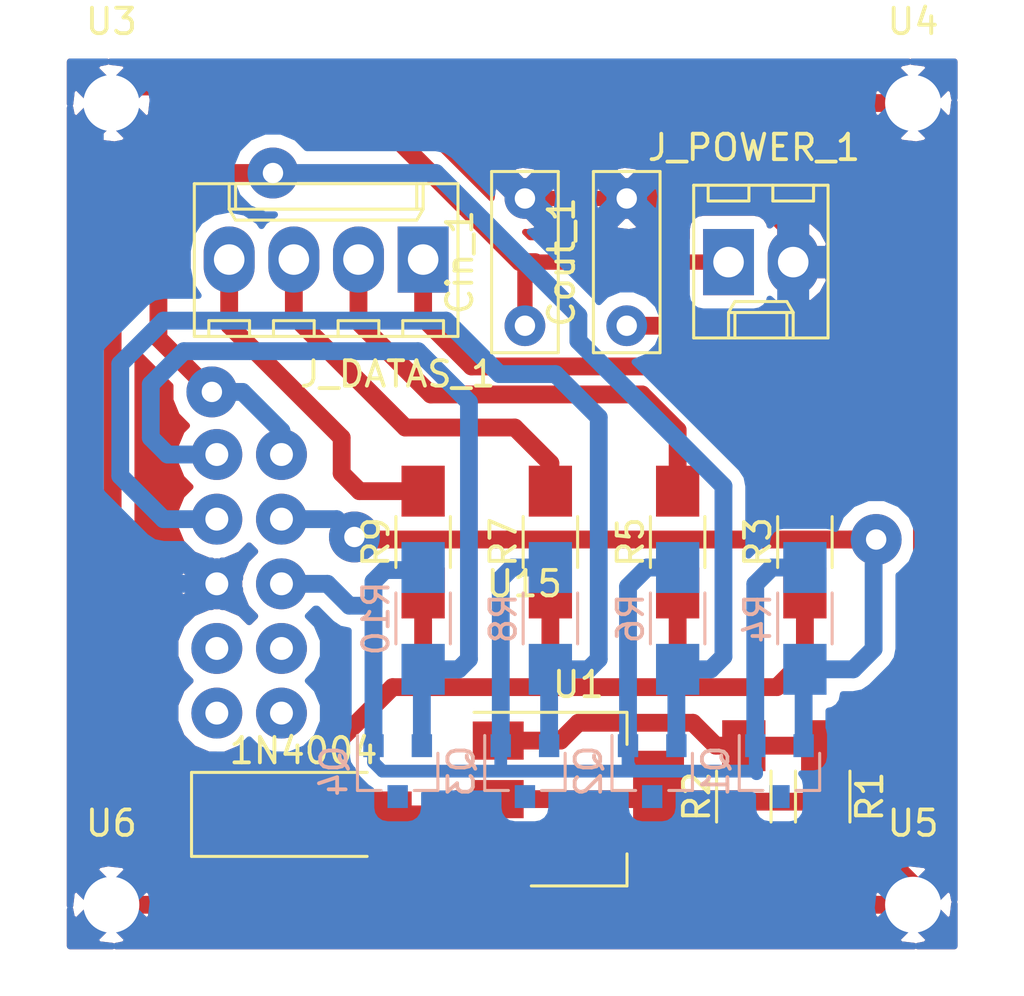
<source format=kicad_pcb>
(kicad_pcb (version 4) (host pcbnew 4.0.7)

  (general
    (links 46)
    (no_connects 5)
    (area 32.407143 17.575 72.592858 57.525)
    (thickness 1.6)
    (drawings 14)
    (tracks 191)
    (zones 0)
    (modules 25)
    (nets 17)
  )

  (page A4)
  (layers
    (0 F.Cu signal)
    (31 B.Cu signal)
    (32 B.Adhes user)
    (33 F.Adhes user)
    (34 B.Paste user)
    (35 F.Paste user)
    (36 B.SilkS user)
    (37 F.SilkS user)
    (38 B.Mask user)
    (39 F.Mask user)
    (40 Dwgs.User user)
    (41 Cmts.User user)
    (42 Eco1.User user)
    (43 Eco2.User user)
    (44 Edge.Cuts user)
    (45 Margin user)
    (46 B.CrtYd user)
    (47 F.CrtYd user)
    (48 B.Fab user)
    (49 F.Fab user)
  )

  (setup
    (last_trace_width 0.7)
    (trace_clearance 0.2)
    (zone_clearance 0.508)
    (zone_45_only no)
    (trace_min 0.5)
    (segment_width 0.2)
    (edge_width 0.15)
    (via_size 2)
    (via_drill 0.8)
    (via_min_size 0.4)
    (via_min_drill 0.3)
    (uvia_size 0.3)
    (uvia_drill 0.1)
    (uvias_allowed no)
    (uvia_min_size 0.2)
    (uvia_min_drill 0.1)
    (pcb_text_width 0.3)
    (pcb_text_size 1.5 1.5)
    (mod_edge_width 0.15)
    (mod_text_size 1 1)
    (mod_text_width 0.15)
    (pad_size 2 1.7)
    (pad_drill 0)
    (pad_to_mask_clearance 0.2)
    (aux_axis_origin 0 0)
    (visible_elements 7FFCFFFF)
    (pcbplotparams
      (layerselection 0x00030_80000001)
      (usegerberextensions false)
      (excludeedgelayer true)
      (linewidth 0.100000)
      (plotframeref false)
      (viasonmask false)
      (mode 1)
      (useauxorigin false)
      (hpglpennumber 1)
      (hpglpenspeed 20)
      (hpglpendiameter 15)
      (hpglpenoverlay 2)
      (psnegative false)
      (psa4output false)
      (plotreference true)
      (plotvalue true)
      (plotinvisibletext false)
      (padsonsilk false)
      (subtractmaskfromsilk false)
      (outputformat 1)
      (mirror false)
      (drillshape 1)
      (scaleselection 1)
      (outputdirectory ""))
  )

  (net 0 "")
  (net 1 +5V)
  (net 2 +2V8)
  (net 3 GND)
  (net 4 "/XSHUT(5V)")
  (net 5 "/GPIO1(5V)")
  (net 6 "/SDA(5V)")
  (net 7 "/SCL(5V)")
  (net 8 "Net-(R1-Pad1)")
  (net 9 "Net-(U15-Pad7)")
  (net 10 "Net-(U15-Pad8)")
  (net 11 "Net-(U15-Pad9)")
  (net 12 "Net-(U15-Pad10)")
  (net 13 "XSHUT(2V8)")
  (net 14 "GPIO1(2V8)")
  (net 15 "SDA(2V8)")
  (net 16 "SCL(2V8)")

  (net_class Default "Ceci est la Netclass par défaut"
    (clearance 0.2)
    (trace_width 0.7)
    (via_dia 2)
    (via_drill 0.8)
    (uvia_dia 0.3)
    (uvia_drill 0.1)
    (add_net +2V8)
    (add_net +5V)
    (add_net "/GPIO1(5V)")
    (add_net "/SCL(5V)")
    (add_net "/SDA(5V)")
    (add_net "/XSHUT(5V)")
    (add_net GND)
    (add_net "GPIO1(2V8)")
    (add_net "Net-(R1-Pad1)")
    (add_net "Net-(U15-Pad10)")
    (add_net "Net-(U15-Pad7)")
    (add_net "Net-(U15-Pad8)")
    (add_net "Net-(U15-Pad9)")
    (add_net "SCL(2V8)")
    (add_net "SDA(2V8)")
    (add_net "XSHUT(2V8)")
  )

  (module Resistors_SMD:R_1206_HandSoldering (layer F.Cu) (tedit 5AFE152F) (tstamp 5AC8FCF2)
    (at 49 39 90)
    (descr "Resistor SMD 1206, hand soldering")
    (tags "resistor 1206")
    (path /5ABE6336)
    (attr smd)
    (fp_text reference R9 (at 0 -1.85 90) (layer F.SilkS)
      (effects (font (size 1 1) (thickness 0.15)))
    )
    (fp_text value 10k (at 0 1.9 90) (layer F.Fab)
      (effects (font (size 1 1) (thickness 0.15)))
    )
    (fp_text user %R (at 0 0 90) (layer F.Fab)
      (effects (font (size 0.7 0.7) (thickness 0.105)))
    )
    (fp_line (start -1.6 0.8) (end -1.6 -0.8) (layer F.Fab) (width 0.1))
    (fp_line (start 1.6 0.8) (end -1.6 0.8) (layer F.Fab) (width 0.1))
    (fp_line (start 1.6 -0.8) (end 1.6 0.8) (layer F.Fab) (width 0.1))
    (fp_line (start -1.6 -0.8) (end 1.6 -0.8) (layer F.Fab) (width 0.1))
    (fp_line (start 1 1.07) (end -1 1.07) (layer F.SilkS) (width 0.12))
    (fp_line (start -1 -1.07) (end 1 -1.07) (layer F.SilkS) (width 0.12))
    (fp_line (start -3.25 -1.11) (end 3.25 -1.11) (layer F.CrtYd) (width 0.05))
    (fp_line (start -3.25 -1.11) (end -3.25 1.1) (layer F.CrtYd) (width 0.05))
    (fp_line (start 3.25 1.1) (end 3.25 -1.11) (layer F.CrtYd) (width 0.05))
    (fp_line (start 3.25 1.1) (end -3.25 1.1) (layer F.CrtYd) (width 0.05))
    (pad 1 smd rect (at -2 0 90) (size 2 1.7) (layers F.Cu F.Paste F.Mask)
      (net 1 +5V))
    (pad 2 smd rect (at 2 0 90) (size 2 1.7) (layers F.Cu F.Paste F.Mask)
      (net 7 "/SCL(5V)"))
    (model ${KISYS3DMOD}/Resistors_SMD.3dshapes/R_1206.wrl
      (at (xyz 0 0 0))
      (scale (xyz 1 1 1))
      (rotate (xyz 0 0 0))
    )
  )

  (module TO_SOT_Packages_SMD:SOT-223 (layer F.Cu) (tedit 58CE4E7E) (tstamp 5AC8FD00)
    (at 55.1 49.1)
    (descr "module CMS SOT223 4 pins")
    (tags "CMS SOT")
    (path /5ABE4EBC)
    (attr smd)
    (fp_text reference U1 (at 0 -4.5) (layer F.SilkS)
      (effects (font (size 1 1) (thickness 0.15)))
    )
    (fp_text value LM317 (at 0 4.5) (layer F.Fab)
      (effects (font (size 1 1) (thickness 0.15)))
    )
    (fp_text user %R (at 0 0 90) (layer F.Fab)
      (effects (font (size 0.8 0.8) (thickness 0.12)))
    )
    (fp_line (start -1.85 -2.3) (end -0.8 -3.35) (layer F.Fab) (width 0.1))
    (fp_line (start 1.91 3.41) (end 1.91 2.15) (layer F.SilkS) (width 0.12))
    (fp_line (start 1.91 -3.41) (end 1.91 -2.15) (layer F.SilkS) (width 0.12))
    (fp_line (start 4.4 -3.6) (end -4.4 -3.6) (layer F.CrtYd) (width 0.05))
    (fp_line (start 4.4 3.6) (end 4.4 -3.6) (layer F.CrtYd) (width 0.05))
    (fp_line (start -4.4 3.6) (end 4.4 3.6) (layer F.CrtYd) (width 0.05))
    (fp_line (start -4.4 -3.6) (end -4.4 3.6) (layer F.CrtYd) (width 0.05))
    (fp_line (start -1.85 -2.3) (end -1.85 3.35) (layer F.Fab) (width 0.1))
    (fp_line (start -1.85 3.41) (end 1.91 3.41) (layer F.SilkS) (width 0.12))
    (fp_line (start -0.8 -3.35) (end 1.85 -3.35) (layer F.Fab) (width 0.1))
    (fp_line (start -4.1 -3.41) (end 1.91 -3.41) (layer F.SilkS) (width 0.12))
    (fp_line (start -1.85 3.35) (end 1.85 3.35) (layer F.Fab) (width 0.1))
    (fp_line (start 1.85 -3.35) (end 1.85 3.35) (layer F.Fab) (width 0.1))
    (pad 4 smd rect (at 3.15 0) (size 2 3.8) (layers F.Cu F.Paste F.Mask)
      (net 2 +2V8))
    (pad 2 smd rect (at -3.15 0) (size 2 1.5) (layers F.Cu F.Paste F.Mask)
      (net 2 +2V8))
    (pad 3 smd rect (at -3.15 2.3) (size 2 1.5) (layers F.Cu F.Paste F.Mask)
      (net 1 +5V))
    (pad 1 smd rect (at -3.15 -2.3) (size 2 1.5) (layers F.Cu F.Paste F.Mask)
      (net 8 "Net-(R1-Pad1)"))
    (model ${KISYS3DMOD}/TO_SOT_Packages_SMD.3dshapes/SOT-223.wrl
      (at (xyz 0 0 0))
      (scale (xyz 1 1 1))
      (rotate (xyz 0 0 0))
    )
  )

  (module Capacitors_THT:C_Rect_L7.0mm_W2.5mm_P5.00mm (layer F.Cu) (tedit 597BC7C2) (tstamp 5AC8FC8C)
    (at 53 30.5 90)
    (descr "C, Rect series, Radial, pin pitch=5.00mm, , length*width=7*2.5mm^2, Capacitor")
    (tags "C Rect series Radial pin pitch 5.00mm  length 7mm width 2.5mm Capacitor")
    (path /5ABA3D2D)
    (fp_text reference Cin_1 (at 2.5 -2.56 90) (layer F.SilkS)
      (effects (font (size 1 1) (thickness 0.15)))
    )
    (fp_text value 1u (at 2.5 2.56 90) (layer F.Fab)
      (effects (font (size 1 1) (thickness 0.15)))
    )
    (fp_line (start -1 -1.25) (end -1 1.25) (layer F.Fab) (width 0.1))
    (fp_line (start -1 1.25) (end 6 1.25) (layer F.Fab) (width 0.1))
    (fp_line (start 6 1.25) (end 6 -1.25) (layer F.Fab) (width 0.1))
    (fp_line (start 6 -1.25) (end -1 -1.25) (layer F.Fab) (width 0.1))
    (fp_line (start -1.06 -1.31) (end 6.06 -1.31) (layer F.SilkS) (width 0.12))
    (fp_line (start -1.06 1.31) (end 6.06 1.31) (layer F.SilkS) (width 0.12))
    (fp_line (start -1.06 -1.31) (end -1.06 1.31) (layer F.SilkS) (width 0.12))
    (fp_line (start 6.06 -1.31) (end 6.06 1.31) (layer F.SilkS) (width 0.12))
    (fp_line (start -1.35 -1.6) (end -1.35 1.6) (layer F.CrtYd) (width 0.05))
    (fp_line (start -1.35 1.6) (end 6.35 1.6) (layer F.CrtYd) (width 0.05))
    (fp_line (start 6.35 1.6) (end 6.35 -1.6) (layer F.CrtYd) (width 0.05))
    (fp_line (start 6.35 -1.6) (end -1.35 -1.6) (layer F.CrtYd) (width 0.05))
    (fp_text user %R (at 2.5 0 90) (layer F.Fab)
      (effects (font (size 1 1) (thickness 0.15)))
    )
    (pad 1 thru_hole circle (at 0 0 90) (size 1.6 1.6) (drill 0.8) (layers *.Cu *.Mask)
      (net 1 +5V))
    (pad 2 thru_hole circle (at 5 0 90) (size 1.6 1.6) (drill 0.8) (layers *.Cu *.Mask)
      (net 3 GND))
    (model ${KISYS3DMOD}/Capacitors_THT.3dshapes/C_Rect_L7.0mm_W2.5mm_P5.00mm.wrl
      (at (xyz 0 0 0))
      (scale (xyz 1 1 1))
      (rotate (xyz 0 0 0))
    )
  )

  (module Connectors_Molex:Molex_KK-6410-04_04x2.54mm_Straight (layer F.Cu) (tedit 58EE6EE8) (tstamp 5AC8FC9A)
    (at 49 27.9 180)
    (descr "Connector Headers with Friction Lock, 22-27-2041, http://www.molex.com/pdm_docs/sd/022272021_sd.pdf")
    (tags "connector molex kk_6410 22-27-2041")
    (path /5AB4C815)
    (fp_text reference J_DATAS_1 (at 1 -4.5 180) (layer F.SilkS)
      (effects (font (size 1 1) (thickness 0.15)))
    )
    (fp_text value Conn_01x04 (at 3.81 4.5 180) (layer F.Fab)
      (effects (font (size 1 1) (thickness 0.15)))
    )
    (fp_line (start -1.47 -3.12) (end -1.47 3.08) (layer F.Fab) (width 0.12))
    (fp_line (start -1.47 3.08) (end 9.09 3.08) (layer F.Fab) (width 0.12))
    (fp_line (start 9.09 3.08) (end 9.09 -3.12) (layer F.Fab) (width 0.12))
    (fp_line (start 9.09 -3.12) (end -1.47 -3.12) (layer F.Fab) (width 0.12))
    (fp_line (start -1.37 -3.02) (end -1.37 2.98) (layer F.SilkS) (width 0.12))
    (fp_line (start -1.37 2.98) (end 8.99 2.98) (layer F.SilkS) (width 0.12))
    (fp_line (start 8.99 2.98) (end 8.99 -3.02) (layer F.SilkS) (width 0.12))
    (fp_line (start 8.99 -3.02) (end -1.37 -3.02) (layer F.SilkS) (width 0.12))
    (fp_line (start 0 2.98) (end 0 1.98) (layer F.SilkS) (width 0.12))
    (fp_line (start 0 1.98) (end 7.62 1.98) (layer F.SilkS) (width 0.12))
    (fp_line (start 7.62 1.98) (end 7.62 2.98) (layer F.SilkS) (width 0.12))
    (fp_line (start 0 1.98) (end 0.25 1.55) (layer F.SilkS) (width 0.12))
    (fp_line (start 0.25 1.55) (end 7.37 1.55) (layer F.SilkS) (width 0.12))
    (fp_line (start 7.37 1.55) (end 7.62 1.98) (layer F.SilkS) (width 0.12))
    (fp_line (start 0.25 2.98) (end 0.25 1.98) (layer F.SilkS) (width 0.12))
    (fp_line (start 7.37 2.98) (end 7.37 1.98) (layer F.SilkS) (width 0.12))
    (fp_line (start -0.8 -3.02) (end -0.8 -2.4) (layer F.SilkS) (width 0.12))
    (fp_line (start -0.8 -2.4) (end 0.8 -2.4) (layer F.SilkS) (width 0.12))
    (fp_line (start 0.8 -2.4) (end 0.8 -3.02) (layer F.SilkS) (width 0.12))
    (fp_line (start 1.74 -3.02) (end 1.74 -2.4) (layer F.SilkS) (width 0.12))
    (fp_line (start 1.74 -2.4) (end 3.34 -2.4) (layer F.SilkS) (width 0.12))
    (fp_line (start 3.34 -2.4) (end 3.34 -3.02) (layer F.SilkS) (width 0.12))
    (fp_line (start 4.28 -3.02) (end 4.28 -2.4) (layer F.SilkS) (width 0.12))
    (fp_line (start 4.28 -2.4) (end 5.88 -2.4) (layer F.SilkS) (width 0.12))
    (fp_line (start 5.88 -2.4) (end 5.88 -3.02) (layer F.SilkS) (width 0.12))
    (fp_line (start 6.82 -3.02) (end 6.82 -2.4) (layer F.SilkS) (width 0.12))
    (fp_line (start 6.82 -2.4) (end 8.42 -2.4) (layer F.SilkS) (width 0.12))
    (fp_line (start 8.42 -2.4) (end 8.42 -3.02) (layer F.SilkS) (width 0.12))
    (fp_line (start -1.9 3.5) (end -1.9 -3.55) (layer F.CrtYd) (width 0.05))
    (fp_line (start -1.9 -3.55) (end 9.5 -3.55) (layer F.CrtYd) (width 0.05))
    (fp_line (start 9.5 -3.55) (end 9.5 3.5) (layer F.CrtYd) (width 0.05))
    (fp_line (start 9.5 3.5) (end -1.9 3.5) (layer F.CrtYd) (width 0.05))
    (fp_text user %R (at 3.81 0 180) (layer F.Fab)
      (effects (font (size 1 1) (thickness 0.15)))
    )
    (pad 1 thru_hole rect (at 0 0 180) (size 2 2.6) (drill 1.2) (layers *.Cu *.Mask)
      (net 4 "/XSHUT(5V)"))
    (pad 2 thru_hole oval (at 2.54 0 180) (size 2 2.6) (drill 1.2) (layers *.Cu *.Mask)
      (net 5 "/GPIO1(5V)"))
    (pad 3 thru_hole oval (at 5.08 0 180) (size 2 2.6) (drill 1.2) (layers *.Cu *.Mask)
      (net 6 "/SDA(5V)"))
    (pad 4 thru_hole oval (at 7.62 0 180) (size 2 2.6) (drill 1.2) (layers *.Cu *.Mask)
      (net 7 "/SCL(5V)"))
    (model ${KISYS3DMOD}/Connectors_Molex.3dshapes/Molex_KK-6410-04_04x2.54mm_Straight.wrl
      (at (xyz 0 0 0))
      (scale (xyz 1 1 1))
      (rotate (xyz 0 0 0))
    )
  )

  (module Diodes_SMD:D_SMA_Handsoldering (layer F.Cu) (tedit 5AD8CF82) (tstamp 5AC8FC74)
    (at 44.3 49.7)
    (descr "Diode SMA (DO-214AC) Handsoldering")
    (tags "Diode SMA (DO-214AC) Handsoldering")
    (path /5AC186BC)
    (attr smd)
    (fp_text reference 1N4004 (at 0 -2.5) (layer F.SilkS)
      (effects (font (size 1 1) (thickness 0.15)))
    )
    (fp_text value D1 (at 0 2.6) (layer F.Fab)
      (effects (font (size 1 1) (thickness 0.15)))
    )
    (fp_text user %R (at -0.45 3.9) (layer F.Fab)
      (effects (font (size 1 1) (thickness 0.15)))
    )
    (fp_line (start -4.4 -1.65) (end -4.4 1.65) (layer F.SilkS) (width 0.12))
    (fp_line (start 2.3 1.5) (end -2.3 1.5) (layer F.Fab) (width 0.1))
    (fp_line (start -2.3 1.5) (end -2.3 -1.5) (layer F.Fab) (width 0.1))
    (fp_line (start 2.3 -1.5) (end 2.3 1.5) (layer F.Fab) (width 0.1))
    (fp_line (start 2.3 -1.5) (end -2.3 -1.5) (layer F.Fab) (width 0.1))
    (fp_line (start -4.5 -1.75) (end 4.5 -1.75) (layer F.CrtYd) (width 0.05))
    (fp_line (start 4.5 -1.75) (end 4.5 1.75) (layer F.CrtYd) (width 0.05))
    (fp_line (start 4.5 1.75) (end -4.5 1.75) (layer F.CrtYd) (width 0.05))
    (fp_line (start -4.5 1.75) (end -4.5 -1.75) (layer F.CrtYd) (width 0.05))
    (fp_line (start -0.64944 0.00102) (end -1.55114 0.00102) (layer F.Fab) (width 0.1))
    (fp_line (start 0.50118 0.00102) (end 1.4994 0.00102) (layer F.Fab) (width 0.1))
    (fp_line (start -0.64944 -0.79908) (end -0.64944 0.80112) (layer F.Fab) (width 0.1))
    (fp_line (start 0.50118 0.75032) (end 0.50118 -0.79908) (layer F.Fab) (width 0.1))
    (fp_line (start -0.64944 0.00102) (end 0.50118 0.75032) (layer F.Fab) (width 0.1))
    (fp_line (start -0.64944 0.00102) (end 0.50118 -0.79908) (layer F.Fab) (width 0.1))
    (fp_line (start -4.4 1.65) (end 2.5 1.65) (layer F.SilkS) (width 0.12))
    (fp_line (start -4.4 -1.65) (end 2.5 -1.65) (layer F.SilkS) (width 0.12))
    (pad 1 smd rect (at -2.5 0) (size 3.5 1.8) (layers F.Cu F.Paste F.Mask)
      (net 1 +5V))
    (pad 2 smd rect (at 2.5 0) (size 3.5 1.8) (layers F.Cu F.Paste F.Mask)
      (net 2 +2V8))
    (model ${KISYS3DMOD}/Diodes_SMD.3dshapes/D_SMA.wrl
      (at (xyz 0 0 0))
      (scale (xyz 1 1 1))
      (rotate (xyz 0 0 0))
    )
  )

  (module Capacitors_THT:C_Rect_L7.0mm_W2.5mm_P5.00mm (layer F.Cu) (tedit 597BC7C2) (tstamp 5AC8FC92)
    (at 57 30.5 90)
    (descr "C, Rect series, Radial, pin pitch=5.00mm, , length*width=7*2.5mm^2, Capacitor")
    (tags "C Rect series Radial pin pitch 5.00mm  length 7mm width 2.5mm Capacitor")
    (path /5ABA3D80)
    (fp_text reference Cout_1 (at 2.5 -2.56 90) (layer F.SilkS)
      (effects (font (size 1 1) (thickness 0.15)))
    )
    (fp_text value 1u (at 2.5 2.56 90) (layer F.Fab)
      (effects (font (size 1 1) (thickness 0.15)))
    )
    (fp_line (start -1 -1.25) (end -1 1.25) (layer F.Fab) (width 0.1))
    (fp_line (start -1 1.25) (end 6 1.25) (layer F.Fab) (width 0.1))
    (fp_line (start 6 1.25) (end 6 -1.25) (layer F.Fab) (width 0.1))
    (fp_line (start 6 -1.25) (end -1 -1.25) (layer F.Fab) (width 0.1))
    (fp_line (start -1.06 -1.31) (end 6.06 -1.31) (layer F.SilkS) (width 0.12))
    (fp_line (start -1.06 1.31) (end 6.06 1.31) (layer F.SilkS) (width 0.12))
    (fp_line (start -1.06 -1.31) (end -1.06 1.31) (layer F.SilkS) (width 0.12))
    (fp_line (start 6.06 -1.31) (end 6.06 1.31) (layer F.SilkS) (width 0.12))
    (fp_line (start -1.35 -1.6) (end -1.35 1.6) (layer F.CrtYd) (width 0.05))
    (fp_line (start -1.35 1.6) (end 6.35 1.6) (layer F.CrtYd) (width 0.05))
    (fp_line (start 6.35 1.6) (end 6.35 -1.6) (layer F.CrtYd) (width 0.05))
    (fp_line (start 6.35 -1.6) (end -1.35 -1.6) (layer F.CrtYd) (width 0.05))
    (fp_text user %R (at 2.5 0 90) (layer F.Fab)
      (effects (font (size 1 1) (thickness 0.15)))
    )
    (pad 1 thru_hole circle (at 0 0 90) (size 1.6 1.6) (drill 0.8) (layers *.Cu *.Mask)
      (net 2 +2V8))
    (pad 2 thru_hole circle (at 5 0 90) (size 1.6 1.6) (drill 0.8) (layers *.Cu *.Mask)
      (net 3 GND))
    (model ${KISYS3DMOD}/Capacitors_THT.3dshapes/C_Rect_L7.0mm_W2.5mm_P5.00mm.wrl
      (at (xyz 0 0 0))
      (scale (xyz 1 1 1))
      (rotate (xyz 0 0 0))
    )
  )

  (module Connectors_Molex:Molex_KK-6410-02_02x2.54mm_Straight (layer F.Cu) (tedit 58EE6EE4) (tstamp 5AC8FCA0)
    (at 61 28)
    (descr "Connector Headers with Friction Lock, 22-27-2021, http://www.molex.com/pdm_docs/sd/022272021_sd.pdf")
    (tags "connector molex kk_6410 22-27-2021")
    (path /5AB4C7D2)
    (fp_text reference J_POWER_1 (at 1 -4.5) (layer F.SilkS)
      (effects (font (size 1 1) (thickness 0.15)))
    )
    (fp_text value Conn_01x02 (at 1.27 4.5) (layer F.Fab)
      (effects (font (size 1 1) (thickness 0.15)))
    )
    (fp_line (start -1.47 -3.12) (end -1.47 3.08) (layer F.Fab) (width 0.12))
    (fp_line (start -1.47 3.08) (end 4.01 3.08) (layer F.Fab) (width 0.12))
    (fp_line (start 4.01 3.08) (end 4.01 -3.12) (layer F.Fab) (width 0.12))
    (fp_line (start 4.01 -3.12) (end -1.47 -3.12) (layer F.Fab) (width 0.12))
    (fp_line (start -1.37 -3.02) (end -1.37 2.98) (layer F.SilkS) (width 0.12))
    (fp_line (start -1.37 2.98) (end 3.91 2.98) (layer F.SilkS) (width 0.12))
    (fp_line (start 3.91 2.98) (end 3.91 -3.02) (layer F.SilkS) (width 0.12))
    (fp_line (start 3.91 -3.02) (end -1.37 -3.02) (layer F.SilkS) (width 0.12))
    (fp_line (start 0 2.98) (end 0 1.98) (layer F.SilkS) (width 0.12))
    (fp_line (start 0 1.98) (end 2.54 1.98) (layer F.SilkS) (width 0.12))
    (fp_line (start 2.54 1.98) (end 2.54 2.98) (layer F.SilkS) (width 0.12))
    (fp_line (start 0 1.98) (end 0.25 1.55) (layer F.SilkS) (width 0.12))
    (fp_line (start 0.25 1.55) (end 2.29 1.55) (layer F.SilkS) (width 0.12))
    (fp_line (start 2.29 1.55) (end 2.54 1.98) (layer F.SilkS) (width 0.12))
    (fp_line (start 0.25 2.98) (end 0.25 1.98) (layer F.SilkS) (width 0.12))
    (fp_line (start 2.29 2.98) (end 2.29 1.98) (layer F.SilkS) (width 0.12))
    (fp_line (start -0.8 -3.02) (end -0.8 -2.4) (layer F.SilkS) (width 0.12))
    (fp_line (start -0.8 -2.4) (end 0.8 -2.4) (layer F.SilkS) (width 0.12))
    (fp_line (start 0.8 -2.4) (end 0.8 -3.02) (layer F.SilkS) (width 0.12))
    (fp_line (start 1.74 -3.02) (end 1.74 -2.4) (layer F.SilkS) (width 0.12))
    (fp_line (start 1.74 -2.4) (end 3.34 -2.4) (layer F.SilkS) (width 0.12))
    (fp_line (start 3.34 -2.4) (end 3.34 -3.02) (layer F.SilkS) (width 0.12))
    (fp_line (start -1.9 3.5) (end -1.9 -3.55) (layer F.CrtYd) (width 0.05))
    (fp_line (start -1.9 -3.55) (end 4.45 -3.55) (layer F.CrtYd) (width 0.05))
    (fp_line (start 4.45 -3.55) (end 4.45 3.5) (layer F.CrtYd) (width 0.05))
    (fp_line (start 4.45 3.5) (end -1.9 3.5) (layer F.CrtYd) (width 0.05))
    (fp_text user %R (at 1.27 0) (layer F.Fab)
      (effects (font (size 1 1) (thickness 0.15)))
    )
    (pad 1 thru_hole rect (at 0 0) (size 2 2.6) (drill 1.2) (layers *.Cu *.Mask)
      (net 1 +5V))
    (pad 2 thru_hole oval (at 2.54 0) (size 2 2.6) (drill 1.2) (layers *.Cu *.Mask)
      (net 3 GND))
    (model ${KISYS3DMOD}/Connectors_Molex.3dshapes/Molex_KK-6410-02_02x2.54mm_Straight.wrl
      (at (xyz 0 0 0))
      (scale (xyz 1 1 1))
      (rotate (xyz 0 0 0))
    )
  )

  (module TO_SOT_Packages_SMD:SOT-23 (layer B.Cu) (tedit 58CE4E7E) (tstamp 5AC8FCA7)
    (at 63 48 270)
    (descr "SOT-23, Standard")
    (tags SOT-23)
    (path /5ABE5892)
    (attr smd)
    (fp_text reference Q1 (at 0 2.5 270) (layer B.SilkS)
      (effects (font (size 1 1) (thickness 0.15)) (justify mirror))
    )
    (fp_text value BSS138 (at 0 -2.5 270) (layer B.Fab)
      (effects (font (size 1 1) (thickness 0.15)) (justify mirror))
    )
    (fp_text user %R (at 0 0 540) (layer B.Fab)
      (effects (font (size 0.5 0.5) (thickness 0.075)) (justify mirror))
    )
    (fp_line (start -0.7 0.95) (end -0.7 -1.5) (layer B.Fab) (width 0.1))
    (fp_line (start -0.15 1.52) (end 0.7 1.52) (layer B.Fab) (width 0.1))
    (fp_line (start -0.7 0.95) (end -0.15 1.52) (layer B.Fab) (width 0.1))
    (fp_line (start 0.7 1.52) (end 0.7 -1.52) (layer B.Fab) (width 0.1))
    (fp_line (start -0.7 -1.52) (end 0.7 -1.52) (layer B.Fab) (width 0.1))
    (fp_line (start 0.76 -1.58) (end 0.76 -0.65) (layer B.SilkS) (width 0.12))
    (fp_line (start 0.76 1.58) (end 0.76 0.65) (layer B.SilkS) (width 0.12))
    (fp_line (start -1.7 1.75) (end 1.7 1.75) (layer B.CrtYd) (width 0.05))
    (fp_line (start 1.7 1.75) (end 1.7 -1.75) (layer B.CrtYd) (width 0.05))
    (fp_line (start 1.7 -1.75) (end -1.7 -1.75) (layer B.CrtYd) (width 0.05))
    (fp_line (start -1.7 -1.75) (end -1.7 1.75) (layer B.CrtYd) (width 0.05))
    (fp_line (start 0.76 1.58) (end -1.4 1.58) (layer B.SilkS) (width 0.12))
    (fp_line (start 0.76 -1.58) (end -0.7 -1.58) (layer B.SilkS) (width 0.12))
    (pad 1 smd rect (at -1 0.95 270) (size 0.9 0.8) (layers B.Cu B.Paste B.Mask)
      (net 2 +2V8))
    (pad 2 smd rect (at -1 -0.95 270) (size 0.9 0.8) (layers B.Cu B.Paste B.Mask)
      (net 13 "XSHUT(2V8)"))
    (pad 3 smd rect (at 1 0 270) (size 0.9 0.8) (layers B.Cu B.Paste B.Mask)
      (net 4 "/XSHUT(5V)"))
    (model ${KISYS3DMOD}/TO_SOT_Packages_SMD.3dshapes/SOT-23.wrl
      (at (xyz 0 0 0))
      (scale (xyz 1 1 1))
      (rotate (xyz 0 0 0))
    )
  )

  (module TO_SOT_Packages_SMD:SOT-23 (layer B.Cu) (tedit 58CE4E7E) (tstamp 5AC8FCAE)
    (at 58 48 270)
    (descr "SOT-23, Standard")
    (tags SOT-23)
    (path /5ABE5E10)
    (attr smd)
    (fp_text reference Q2 (at 0 2.5 270) (layer B.SilkS)
      (effects (font (size 1 1) (thickness 0.15)) (justify mirror))
    )
    (fp_text value BSS138 (at 0 -2.5 270) (layer B.Fab)
      (effects (font (size 1 1) (thickness 0.15)) (justify mirror))
    )
    (fp_text user %R (at 0 0 540) (layer B.Fab)
      (effects (font (size 0.5 0.5) (thickness 0.075)) (justify mirror))
    )
    (fp_line (start -0.7 0.95) (end -0.7 -1.5) (layer B.Fab) (width 0.1))
    (fp_line (start -0.15 1.52) (end 0.7 1.52) (layer B.Fab) (width 0.1))
    (fp_line (start -0.7 0.95) (end -0.15 1.52) (layer B.Fab) (width 0.1))
    (fp_line (start 0.7 1.52) (end 0.7 -1.52) (layer B.Fab) (width 0.1))
    (fp_line (start -0.7 -1.52) (end 0.7 -1.52) (layer B.Fab) (width 0.1))
    (fp_line (start 0.76 -1.58) (end 0.76 -0.65) (layer B.SilkS) (width 0.12))
    (fp_line (start 0.76 1.58) (end 0.76 0.65) (layer B.SilkS) (width 0.12))
    (fp_line (start -1.7 1.75) (end 1.7 1.75) (layer B.CrtYd) (width 0.05))
    (fp_line (start 1.7 1.75) (end 1.7 -1.75) (layer B.CrtYd) (width 0.05))
    (fp_line (start 1.7 -1.75) (end -1.7 -1.75) (layer B.CrtYd) (width 0.05))
    (fp_line (start -1.7 -1.75) (end -1.7 1.75) (layer B.CrtYd) (width 0.05))
    (fp_line (start 0.76 1.58) (end -1.4 1.58) (layer B.SilkS) (width 0.12))
    (fp_line (start 0.76 -1.58) (end -0.7 -1.58) (layer B.SilkS) (width 0.12))
    (pad 1 smd rect (at -1 0.95 270) (size 0.9 0.8) (layers B.Cu B.Paste B.Mask)
      (net 2 +2V8))
    (pad 2 smd rect (at -1 -0.95 270) (size 0.9 0.8) (layers B.Cu B.Paste B.Mask)
      (net 14 "GPIO1(2V8)"))
    (pad 3 smd rect (at 1 0 270) (size 0.9 0.8) (layers B.Cu B.Paste B.Mask)
      (net 5 "/GPIO1(5V)"))
    (model ${KISYS3DMOD}/TO_SOT_Packages_SMD.3dshapes/SOT-23.wrl
      (at (xyz 0 0 0))
      (scale (xyz 1 1 1))
      (rotate (xyz 0 0 0))
    )
  )

  (module TO_SOT_Packages_SMD:SOT-23 (layer B.Cu) (tedit 58CE4E7E) (tstamp 5AC8FCB5)
    (at 53 48 270)
    (descr "SOT-23, Standard")
    (tags SOT-23)
    (path /5ABE624B)
    (attr smd)
    (fp_text reference Q3 (at 0 2.5 270) (layer B.SilkS)
      (effects (font (size 1 1) (thickness 0.15)) (justify mirror))
    )
    (fp_text value BSS138 (at 0 -2.5 270) (layer B.Fab)
      (effects (font (size 1 1) (thickness 0.15)) (justify mirror))
    )
    (fp_text user %R (at 0 0 540) (layer B.Fab)
      (effects (font (size 0.5 0.5) (thickness 0.075)) (justify mirror))
    )
    (fp_line (start -0.7 0.95) (end -0.7 -1.5) (layer B.Fab) (width 0.1))
    (fp_line (start -0.15 1.52) (end 0.7 1.52) (layer B.Fab) (width 0.1))
    (fp_line (start -0.7 0.95) (end -0.15 1.52) (layer B.Fab) (width 0.1))
    (fp_line (start 0.7 1.52) (end 0.7 -1.52) (layer B.Fab) (width 0.1))
    (fp_line (start -0.7 -1.52) (end 0.7 -1.52) (layer B.Fab) (width 0.1))
    (fp_line (start 0.76 -1.58) (end 0.76 -0.65) (layer B.SilkS) (width 0.12))
    (fp_line (start 0.76 1.58) (end 0.76 0.65) (layer B.SilkS) (width 0.12))
    (fp_line (start -1.7 1.75) (end 1.7 1.75) (layer B.CrtYd) (width 0.05))
    (fp_line (start 1.7 1.75) (end 1.7 -1.75) (layer B.CrtYd) (width 0.05))
    (fp_line (start 1.7 -1.75) (end -1.7 -1.75) (layer B.CrtYd) (width 0.05))
    (fp_line (start -1.7 -1.75) (end -1.7 1.75) (layer B.CrtYd) (width 0.05))
    (fp_line (start 0.76 1.58) (end -1.4 1.58) (layer B.SilkS) (width 0.12))
    (fp_line (start 0.76 -1.58) (end -0.7 -1.58) (layer B.SilkS) (width 0.12))
    (pad 1 smd rect (at -1 0.95 270) (size 0.9 0.8) (layers B.Cu B.Paste B.Mask)
      (net 2 +2V8))
    (pad 2 smd rect (at -1 -0.95 270) (size 0.9 0.8) (layers B.Cu B.Paste B.Mask)
      (net 15 "SDA(2V8)"))
    (pad 3 smd rect (at 1 0 270) (size 0.9 0.8) (layers B.Cu B.Paste B.Mask)
      (net 6 "/SDA(5V)"))
    (model ${KISYS3DMOD}/TO_SOT_Packages_SMD.3dshapes/SOT-23.wrl
      (at (xyz 0 0 0))
      (scale (xyz 1 1 1))
      (rotate (xyz 0 0 0))
    )
  )

  (module TO_SOT_Packages_SMD:SOT-23 (layer B.Cu) (tedit 58CE4E7E) (tstamp 5AC8FCBC)
    (at 48 48 270)
    (descr "SOT-23, Standard")
    (tags SOT-23)
    (path /5ABE633C)
    (attr smd)
    (fp_text reference Q4 (at 0 2.5 270) (layer B.SilkS)
      (effects (font (size 1 1) (thickness 0.15)) (justify mirror))
    )
    (fp_text value BSS138 (at 0 -2.5 270) (layer B.Fab)
      (effects (font (size 1 1) (thickness 0.15)) (justify mirror))
    )
    (fp_text user %R (at 0 0 540) (layer B.Fab)
      (effects (font (size 0.5 0.5) (thickness 0.075)) (justify mirror))
    )
    (fp_line (start -0.7 0.95) (end -0.7 -1.5) (layer B.Fab) (width 0.1))
    (fp_line (start -0.15 1.52) (end 0.7 1.52) (layer B.Fab) (width 0.1))
    (fp_line (start -0.7 0.95) (end -0.15 1.52) (layer B.Fab) (width 0.1))
    (fp_line (start 0.7 1.52) (end 0.7 -1.52) (layer B.Fab) (width 0.1))
    (fp_line (start -0.7 -1.52) (end 0.7 -1.52) (layer B.Fab) (width 0.1))
    (fp_line (start 0.76 -1.58) (end 0.76 -0.65) (layer B.SilkS) (width 0.12))
    (fp_line (start 0.76 1.58) (end 0.76 0.65) (layer B.SilkS) (width 0.12))
    (fp_line (start -1.7 1.75) (end 1.7 1.75) (layer B.CrtYd) (width 0.05))
    (fp_line (start 1.7 1.75) (end 1.7 -1.75) (layer B.CrtYd) (width 0.05))
    (fp_line (start 1.7 -1.75) (end -1.7 -1.75) (layer B.CrtYd) (width 0.05))
    (fp_line (start -1.7 -1.75) (end -1.7 1.75) (layer B.CrtYd) (width 0.05))
    (fp_line (start 0.76 1.58) (end -1.4 1.58) (layer B.SilkS) (width 0.12))
    (fp_line (start 0.76 -1.58) (end -0.7 -1.58) (layer B.SilkS) (width 0.12))
    (pad 1 smd rect (at -1 0.95 270) (size 0.9 0.8) (layers B.Cu B.Paste B.Mask)
      (net 2 +2V8))
    (pad 2 smd rect (at -1 -0.95 270) (size 0.9 0.8) (layers B.Cu B.Paste B.Mask)
      (net 16 "SCL(2V8)"))
    (pad 3 smd rect (at 1 0 270) (size 0.9 0.8) (layers B.Cu B.Paste B.Mask)
      (net 7 "/SCL(5V)"))
    (model ${KISYS3DMOD}/TO_SOT_Packages_SMD.3dshapes/SOT-23.wrl
      (at (xyz 0 0 0))
      (scale (xyz 1 1 1))
      (rotate (xyz 0 0 0))
    )
  )

  (module Resistors_SMD:R_1206_HandSoldering (layer F.Cu) (tedit 58E0A804) (tstamp 5AC8FCC2)
    (at 64.7 49 270)
    (descr "Resistor SMD 1206, hand soldering")
    (tags "resistor 1206")
    (path /5ABE507C)
    (attr smd)
    (fp_text reference R1 (at 0 -1.85 270) (layer F.SilkS)
      (effects (font (size 1 1) (thickness 0.15)))
    )
    (fp_text value 330 (at 0 1.9 270) (layer F.Fab)
      (effects (font (size 1 1) (thickness 0.15)))
    )
    (fp_text user %R (at 0 0 270) (layer F.Fab)
      (effects (font (size 0.7 0.7) (thickness 0.105)))
    )
    (fp_line (start -1.6 0.8) (end -1.6 -0.8) (layer F.Fab) (width 0.1))
    (fp_line (start 1.6 0.8) (end -1.6 0.8) (layer F.Fab) (width 0.1))
    (fp_line (start 1.6 -0.8) (end 1.6 0.8) (layer F.Fab) (width 0.1))
    (fp_line (start -1.6 -0.8) (end 1.6 -0.8) (layer F.Fab) (width 0.1))
    (fp_line (start 1 1.07) (end -1 1.07) (layer F.SilkS) (width 0.12))
    (fp_line (start -1 -1.07) (end 1 -1.07) (layer F.SilkS) (width 0.12))
    (fp_line (start -3.25 -1.11) (end 3.25 -1.11) (layer F.CrtYd) (width 0.05))
    (fp_line (start -3.25 -1.11) (end -3.25 1.1) (layer F.CrtYd) (width 0.05))
    (fp_line (start 3.25 1.1) (end 3.25 -1.11) (layer F.CrtYd) (width 0.05))
    (fp_line (start 3.25 1.1) (end -3.25 1.1) (layer F.CrtYd) (width 0.05))
    (pad 1 smd rect (at -2 0 270) (size 2 1.7) (layers F.Cu F.Paste F.Mask)
      (net 8 "Net-(R1-Pad1)"))
    (pad 2 smd rect (at 2 0 270) (size 2 1.7) (layers F.Cu F.Paste F.Mask)
      (net 3 GND))
    (model ${KISYS3DMOD}/Resistors_SMD.3dshapes/R_1206.wrl
      (at (xyz 0 0 0))
      (scale (xyz 1 1 1))
      (rotate (xyz 0 0 0))
    )
  )

  (module Resistors_SMD:R_1206_HandSoldering (layer F.Cu) (tedit 58E0A804) (tstamp 5AC8FCC8)
    (at 61.6 49 90)
    (descr "Resistor SMD 1206, hand soldering")
    (tags "resistor 1206")
    (path /5ABE50CB)
    (attr smd)
    (fp_text reference R2 (at 0 -1.85 90) (layer F.SilkS)
      (effects (font (size 1 1) (thickness 0.15)))
    )
    (fp_text value 270 (at 0 1.9 90) (layer F.Fab)
      (effects (font (size 1 1) (thickness 0.15)))
    )
    (fp_text user %R (at 0 0 90) (layer F.Fab)
      (effects (font (size 0.7 0.7) (thickness 0.105)))
    )
    (fp_line (start -1.6 0.8) (end -1.6 -0.8) (layer F.Fab) (width 0.1))
    (fp_line (start 1.6 0.8) (end -1.6 0.8) (layer F.Fab) (width 0.1))
    (fp_line (start 1.6 -0.8) (end 1.6 0.8) (layer F.Fab) (width 0.1))
    (fp_line (start -1.6 -0.8) (end 1.6 -0.8) (layer F.Fab) (width 0.1))
    (fp_line (start 1 1.07) (end -1 1.07) (layer F.SilkS) (width 0.12))
    (fp_line (start -1 -1.07) (end 1 -1.07) (layer F.SilkS) (width 0.12))
    (fp_line (start -3.25 -1.11) (end 3.25 -1.11) (layer F.CrtYd) (width 0.05))
    (fp_line (start -3.25 -1.11) (end -3.25 1.1) (layer F.CrtYd) (width 0.05))
    (fp_line (start 3.25 1.1) (end 3.25 -1.11) (layer F.CrtYd) (width 0.05))
    (fp_line (start 3.25 1.1) (end -3.25 1.1) (layer F.CrtYd) (width 0.05))
    (pad 1 smd rect (at -2 0 90) (size 2 1.7) (layers F.Cu F.Paste F.Mask)
      (net 2 +2V8))
    (pad 2 smd rect (at 2 0 90) (size 2 1.7) (layers F.Cu F.Paste F.Mask)
      (net 8 "Net-(R1-Pad1)"))
    (model ${KISYS3DMOD}/Resistors_SMD.3dshapes/R_1206.wrl
      (at (xyz 0 0 0))
      (scale (xyz 1 1 1))
      (rotate (xyz 0 0 0))
    )
  )

  (module Resistors_SMD:R_1206_HandSoldering (layer F.Cu) (tedit 58E0A804) (tstamp 5AC8FCCE)
    (at 64 39 90)
    (descr "Resistor SMD 1206, hand soldering")
    (tags "resistor 1206")
    (path /5ABE5841)
    (attr smd)
    (fp_text reference R3 (at 0 -1.85 90) (layer F.SilkS)
      (effects (font (size 1 1) (thickness 0.15)))
    )
    (fp_text value 10k (at 0 1.9 90) (layer F.Fab)
      (effects (font (size 1 1) (thickness 0.15)))
    )
    (fp_text user %R (at 0 0 90) (layer F.Fab)
      (effects (font (size 0.7 0.7) (thickness 0.105)))
    )
    (fp_line (start -1.6 0.8) (end -1.6 -0.8) (layer F.Fab) (width 0.1))
    (fp_line (start 1.6 0.8) (end -1.6 0.8) (layer F.Fab) (width 0.1))
    (fp_line (start 1.6 -0.8) (end 1.6 0.8) (layer F.Fab) (width 0.1))
    (fp_line (start -1.6 -0.8) (end 1.6 -0.8) (layer F.Fab) (width 0.1))
    (fp_line (start 1 1.07) (end -1 1.07) (layer F.SilkS) (width 0.12))
    (fp_line (start -1 -1.07) (end 1 -1.07) (layer F.SilkS) (width 0.12))
    (fp_line (start -3.25 -1.11) (end 3.25 -1.11) (layer F.CrtYd) (width 0.05))
    (fp_line (start -3.25 -1.11) (end -3.25 1.1) (layer F.CrtYd) (width 0.05))
    (fp_line (start 3.25 1.1) (end 3.25 -1.11) (layer F.CrtYd) (width 0.05))
    (fp_line (start 3.25 1.1) (end -3.25 1.1) (layer F.CrtYd) (width 0.05))
    (pad 1 smd rect (at -2 0 90) (size 2 1.7) (layers F.Cu F.Paste F.Mask)
      (net 1 +5V))
    (pad 2 smd rect (at 2 0 90) (size 2 1.7) (layers F.Cu F.Paste F.Mask)
      (net 4 "/XSHUT(5V)"))
    (model ${KISYS3DMOD}/Resistors_SMD.3dshapes/R_1206.wrl
      (at (xyz 0 0 0))
      (scale (xyz 1 1 1))
      (rotate (xyz 0 0 0))
    )
  )

  (module Resistors_SMD:R_1206_HandSoldering (layer B.Cu) (tedit 58E0A804) (tstamp 5AC8FCD4)
    (at 64 42 270)
    (descr "Resistor SMD 1206, hand soldering")
    (tags "resistor 1206")
    (path /5ABE5944)
    (attr smd)
    (fp_text reference R4 (at 0 1.85 270) (layer B.SilkS)
      (effects (font (size 1 1) (thickness 0.15)) (justify mirror))
    )
    (fp_text value 10k (at 0 -1.9 270) (layer B.Fab)
      (effects (font (size 1 1) (thickness 0.15)) (justify mirror))
    )
    (fp_text user %R (at 0 0 270) (layer B.Fab)
      (effects (font (size 0.7 0.7) (thickness 0.105)) (justify mirror))
    )
    (fp_line (start -1.6 -0.8) (end -1.6 0.8) (layer B.Fab) (width 0.1))
    (fp_line (start 1.6 -0.8) (end -1.6 -0.8) (layer B.Fab) (width 0.1))
    (fp_line (start 1.6 0.8) (end 1.6 -0.8) (layer B.Fab) (width 0.1))
    (fp_line (start -1.6 0.8) (end 1.6 0.8) (layer B.Fab) (width 0.1))
    (fp_line (start 1 -1.07) (end -1 -1.07) (layer B.SilkS) (width 0.12))
    (fp_line (start -1 1.07) (end 1 1.07) (layer B.SilkS) (width 0.12))
    (fp_line (start -3.25 1.11) (end 3.25 1.11) (layer B.CrtYd) (width 0.05))
    (fp_line (start -3.25 1.11) (end -3.25 -1.1) (layer B.CrtYd) (width 0.05))
    (fp_line (start 3.25 -1.1) (end 3.25 1.11) (layer B.CrtYd) (width 0.05))
    (fp_line (start 3.25 -1.1) (end -3.25 -1.1) (layer B.CrtYd) (width 0.05))
    (pad 1 smd rect (at -2 0 270) (size 2 1.7) (layers B.Cu B.Paste B.Mask)
      (net 2 +2V8))
    (pad 2 smd rect (at 2 0 270) (size 2 1.7) (layers B.Cu B.Paste B.Mask)
      (net 13 "XSHUT(2V8)"))
    (model ${KISYS3DMOD}/Resistors_SMD.3dshapes/R_1206.wrl
      (at (xyz 0 0 0))
      (scale (xyz 1 1 1))
      (rotate (xyz 0 0 0))
    )
  )

  (module Resistors_SMD:R_1206_HandSoldering (layer F.Cu) (tedit 58E0A804) (tstamp 5AC8FCDA)
    (at 59 39 90)
    (descr "Resistor SMD 1206, hand soldering")
    (tags "resistor 1206")
    (path /5ABE5E0A)
    (attr smd)
    (fp_text reference R5 (at 0 -1.85 90) (layer F.SilkS)
      (effects (font (size 1 1) (thickness 0.15)))
    )
    (fp_text value 10k (at 0 1.9 90) (layer F.Fab)
      (effects (font (size 1 1) (thickness 0.15)))
    )
    (fp_text user %R (at 0 0 90) (layer F.Fab)
      (effects (font (size 0.7 0.7) (thickness 0.105)))
    )
    (fp_line (start -1.6 0.8) (end -1.6 -0.8) (layer F.Fab) (width 0.1))
    (fp_line (start 1.6 0.8) (end -1.6 0.8) (layer F.Fab) (width 0.1))
    (fp_line (start 1.6 -0.8) (end 1.6 0.8) (layer F.Fab) (width 0.1))
    (fp_line (start -1.6 -0.8) (end 1.6 -0.8) (layer F.Fab) (width 0.1))
    (fp_line (start 1 1.07) (end -1 1.07) (layer F.SilkS) (width 0.12))
    (fp_line (start -1 -1.07) (end 1 -1.07) (layer F.SilkS) (width 0.12))
    (fp_line (start -3.25 -1.11) (end 3.25 -1.11) (layer F.CrtYd) (width 0.05))
    (fp_line (start -3.25 -1.11) (end -3.25 1.1) (layer F.CrtYd) (width 0.05))
    (fp_line (start 3.25 1.1) (end 3.25 -1.11) (layer F.CrtYd) (width 0.05))
    (fp_line (start 3.25 1.1) (end -3.25 1.1) (layer F.CrtYd) (width 0.05))
    (pad 1 smd rect (at -2 0 90) (size 2 1.7) (layers F.Cu F.Paste F.Mask)
      (net 1 +5V))
    (pad 2 smd rect (at 2 0 90) (size 2 1.7) (layers F.Cu F.Paste F.Mask)
      (net 5 "/GPIO1(5V)"))
    (model ${KISYS3DMOD}/Resistors_SMD.3dshapes/R_1206.wrl
      (at (xyz 0 0 0))
      (scale (xyz 1 1 1))
      (rotate (xyz 0 0 0))
    )
  )

  (module Resistors_SMD:R_1206_HandSoldering (layer B.Cu) (tedit 58E0A804) (tstamp 5AC8FCE0)
    (at 59 42 270)
    (descr "Resistor SMD 1206, hand soldering")
    (tags "resistor 1206")
    (path /5ABE5E16)
    (attr smd)
    (fp_text reference R6 (at 0 1.85 270) (layer B.SilkS)
      (effects (font (size 1 1) (thickness 0.15)) (justify mirror))
    )
    (fp_text value 10k (at 0 -1.9 270) (layer B.Fab)
      (effects (font (size 1 1) (thickness 0.15)) (justify mirror))
    )
    (fp_text user %R (at 0 0 270) (layer B.Fab)
      (effects (font (size 0.7 0.7) (thickness 0.105)) (justify mirror))
    )
    (fp_line (start -1.6 -0.8) (end -1.6 0.8) (layer B.Fab) (width 0.1))
    (fp_line (start 1.6 -0.8) (end -1.6 -0.8) (layer B.Fab) (width 0.1))
    (fp_line (start 1.6 0.8) (end 1.6 -0.8) (layer B.Fab) (width 0.1))
    (fp_line (start -1.6 0.8) (end 1.6 0.8) (layer B.Fab) (width 0.1))
    (fp_line (start 1 -1.07) (end -1 -1.07) (layer B.SilkS) (width 0.12))
    (fp_line (start -1 1.07) (end 1 1.07) (layer B.SilkS) (width 0.12))
    (fp_line (start -3.25 1.11) (end 3.25 1.11) (layer B.CrtYd) (width 0.05))
    (fp_line (start -3.25 1.11) (end -3.25 -1.1) (layer B.CrtYd) (width 0.05))
    (fp_line (start 3.25 -1.1) (end 3.25 1.11) (layer B.CrtYd) (width 0.05))
    (fp_line (start 3.25 -1.1) (end -3.25 -1.1) (layer B.CrtYd) (width 0.05))
    (pad 1 smd rect (at -2 0 270) (size 2 1.7) (layers B.Cu B.Paste B.Mask)
      (net 2 +2V8))
    (pad 2 smd rect (at 2 0 270) (size 2 1.7) (layers B.Cu B.Paste B.Mask)
      (net 14 "GPIO1(2V8)"))
    (model ${KISYS3DMOD}/Resistors_SMD.3dshapes/R_1206.wrl
      (at (xyz 0 0 0))
      (scale (xyz 1 1 1))
      (rotate (xyz 0 0 0))
    )
  )

  (module Resistors_SMD:R_1206_HandSoldering (layer F.Cu) (tedit 58E0A804) (tstamp 5AC8FCE6)
    (at 54 39 90)
    (descr "Resistor SMD 1206, hand soldering")
    (tags "resistor 1206")
    (path /5ABE6245)
    (attr smd)
    (fp_text reference R7 (at 0 -1.85 90) (layer F.SilkS)
      (effects (font (size 1 1) (thickness 0.15)))
    )
    (fp_text value 10k (at 0 1.9 90) (layer F.Fab)
      (effects (font (size 1 1) (thickness 0.15)))
    )
    (fp_text user %R (at 0 0 90) (layer F.Fab)
      (effects (font (size 0.7 0.7) (thickness 0.105)))
    )
    (fp_line (start -1.6 0.8) (end -1.6 -0.8) (layer F.Fab) (width 0.1))
    (fp_line (start 1.6 0.8) (end -1.6 0.8) (layer F.Fab) (width 0.1))
    (fp_line (start 1.6 -0.8) (end 1.6 0.8) (layer F.Fab) (width 0.1))
    (fp_line (start -1.6 -0.8) (end 1.6 -0.8) (layer F.Fab) (width 0.1))
    (fp_line (start 1 1.07) (end -1 1.07) (layer F.SilkS) (width 0.12))
    (fp_line (start -1 -1.07) (end 1 -1.07) (layer F.SilkS) (width 0.12))
    (fp_line (start -3.25 -1.11) (end 3.25 -1.11) (layer F.CrtYd) (width 0.05))
    (fp_line (start -3.25 -1.11) (end -3.25 1.1) (layer F.CrtYd) (width 0.05))
    (fp_line (start 3.25 1.1) (end 3.25 -1.11) (layer F.CrtYd) (width 0.05))
    (fp_line (start 3.25 1.1) (end -3.25 1.1) (layer F.CrtYd) (width 0.05))
    (pad 1 smd rect (at -2 0 90) (size 2 1.7) (layers F.Cu F.Paste F.Mask)
      (net 1 +5V))
    (pad 2 smd rect (at 2 0 90) (size 2 1.7) (layers F.Cu F.Paste F.Mask)
      (net 6 "/SDA(5V)"))
    (model ${KISYS3DMOD}/Resistors_SMD.3dshapes/R_1206.wrl
      (at (xyz 0 0 0))
      (scale (xyz 1 1 1))
      (rotate (xyz 0 0 0))
    )
  )

  (module Resistors_SMD:R_1206_HandSoldering (layer B.Cu) (tedit 58E0A804) (tstamp 5AC8FCEC)
    (at 54 42 270)
    (descr "Resistor SMD 1206, hand soldering")
    (tags "resistor 1206")
    (path /5ABE6251)
    (attr smd)
    (fp_text reference R8 (at 0 1.85 270) (layer B.SilkS)
      (effects (font (size 1 1) (thickness 0.15)) (justify mirror))
    )
    (fp_text value 10k (at 0 -1.9 270) (layer B.Fab)
      (effects (font (size 1 1) (thickness 0.15)) (justify mirror))
    )
    (fp_text user %R (at 0 0 270) (layer B.Fab)
      (effects (font (size 0.7 0.7) (thickness 0.105)) (justify mirror))
    )
    (fp_line (start -1.6 -0.8) (end -1.6 0.8) (layer B.Fab) (width 0.1))
    (fp_line (start 1.6 -0.8) (end -1.6 -0.8) (layer B.Fab) (width 0.1))
    (fp_line (start 1.6 0.8) (end 1.6 -0.8) (layer B.Fab) (width 0.1))
    (fp_line (start -1.6 0.8) (end 1.6 0.8) (layer B.Fab) (width 0.1))
    (fp_line (start 1 -1.07) (end -1 -1.07) (layer B.SilkS) (width 0.12))
    (fp_line (start -1 1.07) (end 1 1.07) (layer B.SilkS) (width 0.12))
    (fp_line (start -3.25 1.11) (end 3.25 1.11) (layer B.CrtYd) (width 0.05))
    (fp_line (start -3.25 1.11) (end -3.25 -1.1) (layer B.CrtYd) (width 0.05))
    (fp_line (start 3.25 -1.1) (end 3.25 1.11) (layer B.CrtYd) (width 0.05))
    (fp_line (start 3.25 -1.1) (end -3.25 -1.1) (layer B.CrtYd) (width 0.05))
    (pad 1 smd rect (at -2 0 270) (size 2 1.7) (layers B.Cu B.Paste B.Mask)
      (net 2 +2V8))
    (pad 2 smd rect (at 2 0 270) (size 2 1.7) (layers B.Cu B.Paste B.Mask)
      (net 15 "SDA(2V8)"))
    (model ${KISYS3DMOD}/Resistors_SMD.3dshapes/R_1206.wrl
      (at (xyz 0 0 0))
      (scale (xyz 1 1 1))
      (rotate (xyz 0 0 0))
    )
  )

  (module Resistors_SMD:R_1206_HandSoldering (layer B.Cu) (tedit 58E0A804) (tstamp 5AC8FCF8)
    (at 49 42 270)
    (descr "Resistor SMD 1206, hand soldering")
    (tags "resistor 1206")
    (path /5ABE6342)
    (attr smd)
    (fp_text reference R10 (at 0 1.85 270) (layer B.SilkS)
      (effects (font (size 1 1) (thickness 0.15)) (justify mirror))
    )
    (fp_text value 10k (at 0 -1.9 270) (layer B.Fab)
      (effects (font (size 1 1) (thickness 0.15)) (justify mirror))
    )
    (fp_text user %R (at 0 0 270) (layer B.Fab)
      (effects (font (size 0.7 0.7) (thickness 0.105)) (justify mirror))
    )
    (fp_line (start -1.6 -0.8) (end -1.6 0.8) (layer B.Fab) (width 0.1))
    (fp_line (start 1.6 -0.8) (end -1.6 -0.8) (layer B.Fab) (width 0.1))
    (fp_line (start 1.6 0.8) (end 1.6 -0.8) (layer B.Fab) (width 0.1))
    (fp_line (start -1.6 0.8) (end 1.6 0.8) (layer B.Fab) (width 0.1))
    (fp_line (start 1 -1.07) (end -1 -1.07) (layer B.SilkS) (width 0.12))
    (fp_line (start -1 1.07) (end 1 1.07) (layer B.SilkS) (width 0.12))
    (fp_line (start -3.25 1.11) (end 3.25 1.11) (layer B.CrtYd) (width 0.05))
    (fp_line (start -3.25 1.11) (end -3.25 -1.1) (layer B.CrtYd) (width 0.05))
    (fp_line (start 3.25 -1.1) (end 3.25 1.11) (layer B.CrtYd) (width 0.05))
    (fp_line (start 3.25 -1.1) (end -3.25 -1.1) (layer B.CrtYd) (width 0.05))
    (pad 1 smd rect (at -2 0 270) (size 2 1.7) (layers B.Cu B.Paste B.Mask)
      (net 2 +2V8))
    (pad 2 smd rect (at 2 0 270) (size 2 1.7) (layers B.Cu B.Paste B.Mask)
      (net 16 "SCL(2V8)"))
    (model ${KISYS3DMOD}/Resistors_SMD.3dshapes/R_1206.wrl
      (at (xyz 0 0 0))
      (scale (xyz 1 1 1))
      (rotate (xyz 0 0 0))
    )
  )

  (module Mounting_Holes:MountingHole_2.2mm_M2 (layer F.Cu) (tedit 5AD8CF99) (tstamp 5AC93B67)
    (at 36.75 21.75)
    (descr "Mounting Hole 2.2mm, no annular, M2")
    (tags "mounting hole 2.2mm no annular m2")
    (path /5AC93BBA)
    (attr virtual)
    (fp_text reference U3 (at 0 -3.2) (layer F.SilkS)
      (effects (font (size 1 1) (thickness 0.15)))
    )
    (fp_text value trou_d2mm (at 0 3.2) (layer F.Fab)
      (effects (font (size 1 1) (thickness 0.15)))
    )
    (fp_text user %R (at -2.75 -2.75) (layer F.Fab)
      (effects (font (size 1 1) (thickness 0.15)))
    )
    (fp_circle (center 0 0) (end 2.2 0) (layer Cmts.User) (width 0.15))
    (fp_circle (center 0 0) (end 2.45 0) (layer F.CrtYd) (width 0.05))
    (pad 1 np_thru_hole circle (at 0 0) (size 2.2 2.2) (drill 2.2) (layers *.Cu *.Mask)
      (net 3 GND))
  )

  (module Mounting_Holes:MountingHole_2.2mm_M2 (layer F.Cu) (tedit 5AD8CF9B) (tstamp 5AC93B6F)
    (at 68.25 21.75)
    (descr "Mounting Hole 2.2mm, no annular, M2")
    (tags "mounting hole 2.2mm no annular m2")
    (path /5AC93C4D)
    (attr virtual)
    (fp_text reference U4 (at 0 -3.2) (layer F.SilkS)
      (effects (font (size 1 1) (thickness 0.15)))
    )
    (fp_text value trou_d2mm (at 0 3.2) (layer F.Fab)
      (effects (font (size 1 1) (thickness 0.15)))
    )
    (fp_text user %R (at 3.25 -2.75) (layer F.Fab)
      (effects (font (size 1 1) (thickness 0.15)))
    )
    (fp_circle (center 0 0) (end 2.2 0) (layer Cmts.User) (width 0.15))
    (fp_circle (center 0 0) (end 2.45 0) (layer F.CrtYd) (width 0.05))
    (pad 1 np_thru_hole circle (at 0 0) (size 2.2 2.2) (drill 2.2) (layers *.Cu *.Mask)
      (net 3 GND))
  )

  (module Mounting_Holes:MountingHole_2.2mm_M2 (layer F.Cu) (tedit 5AD8CF93) (tstamp 5AC93B77)
    (at 68.25 53.25)
    (descr "Mounting Hole 2.2mm, no annular, M2")
    (tags "mounting hole 2.2mm no annular m2")
    (path /5AC93CC9)
    (attr virtual)
    (fp_text reference U5 (at 0 -3.2) (layer F.SilkS)
      (effects (font (size 1 1) (thickness 0.15)))
    )
    (fp_text value trou_d2mm (at 0 3.2) (layer F.Fab)
      (effects (font (size 1 1) (thickness 0.15)))
    )
    (fp_text user %R (at 2.75 2.75) (layer F.Fab)
      (effects (font (size 1 1) (thickness 0.15)))
    )
    (fp_circle (center 0 0) (end 2.2 0) (layer Cmts.User) (width 0.15))
    (fp_circle (center 0 0) (end 2.45 0) (layer F.CrtYd) (width 0.05))
    (pad 1 np_thru_hole circle (at 0 0) (size 2.2 2.2) (drill 2.2) (layers *.Cu *.Mask)
      (net 3 GND))
  )

  (module Mounting_Holes:MountingHole_2.2mm_M2 (layer F.Cu) (tedit 5AD8CF96) (tstamp 5AC93B7F)
    (at 36.75 53.25)
    (descr "Mounting Hole 2.2mm, no annular, M2")
    (tags "mounting hole 2.2mm no annular m2")
    (path /5AC93D5B)
    (attr virtual)
    (fp_text reference U6 (at 0 -3.2) (layer F.SilkS)
      (effects (font (size 1 1) (thickness 0.15)))
    )
    (fp_text value trou_d2mm (at 0 3.2) (layer F.Fab)
      (effects (font (size 1 1) (thickness 0.15)))
    )
    (fp_text user %R (at -3.25 2.25) (layer F.Fab)
      (effects (font (size 1 1) (thickness 0.15)))
    )
    (fp_circle (center 0 0) (end 2.2 0) (layer Cmts.User) (width 0.15))
    (fp_circle (center 0 0) (end 2.45 0) (layer F.CrtYd) (width 0.05))
    (pad 1 np_thru_hole circle (at 0 0) (size 2.2 2.2) (drill 2.2) (layers *.Cu *.Mask)
      (net 3 GND))
  )

  (module Empreintes:vl53l0x_satellite locked (layer F.Cu) (tedit 5AFDBF04) (tstamp 5AFDC5A4)
    (at 45.974 40.64)
    (path /5AFDC46B)
    (fp_text reference U15 (at 7 0) (layer F.SilkS)
      (effects (font (size 1 1) (thickness 0.15)))
    )
    (fp_text value VL53L0X_Satellite (at 7 -3) (layer F.Fab)
      (effects (font (size 1 1) (thickness 0.15)))
    )
    (fp_line (start -7 -7) (end 20 -7) (layer B.Adhes) (width 0.15))
    (fp_line (start 20 -7) (end 20 7) (layer B.Adhes) (width 0.15))
    (fp_line (start 20 7) (end -7 7) (layer B.Adhes) (width 0.15))
    (fp_line (start -7 -7) (end -7 7) (layer B.Adhes) (width 0.15))
    (pad 1 thru_hole circle (at -2.54 -5.08) (size 2 2) (drill 0.9) (layers *.Cu *.Mask)
      (net 14 "GPIO1(2V8)"))
    (pad 2 thru_hole circle (at -5.08 -5.08) (size 2 2) (drill 0.9) (layers *.Cu *.Mask)
      (net 16 "SCL(2V8)"))
    (pad 3 thru_hole circle (at -2.54 -2.54) (size 2 2) (drill 0.9) (layers *.Cu *.Mask)
      (net 13 "XSHUT(2V8)"))
    (pad 4 thru_hole circle (at -5.08 -2.54) (size 2 2) (drill 0.9) (layers *.Cu *.Mask)
      (net 15 "SDA(2V8)"))
    (pad 5 thru_hole circle (at -2.54 0) (size 2 2) (drill 0.9) (layers *.Cu *.Mask)
      (net 2 +2V8))
    (pad 6 thru_hole circle (at -5.08 0) (size 2 2) (drill 0.9) (layers *.Cu *.Mask)
      (net 3 GND))
    (pad 7 thru_hole circle (at -2.54 2.54) (size 2 2) (drill 0.9) (layers *.Cu *.Mask)
      (net 9 "Net-(U15-Pad7)"))
    (pad 8 thru_hole circle (at -5.08 2.54) (size 2 2) (drill 0.9) (layers *.Cu *.Mask)
      (net 10 "Net-(U15-Pad8)"))
    (pad 9 thru_hole circle (at -2.54 5.08) (size 2 2) (drill 0.9) (layers *.Cu *.Mask)
      (net 11 "Net-(U15-Pad9)"))
    (pad 10 thru_hole circle (at -5.08 5.08) (size 2 2) (drill 0.9) (layers *.Cu *.Mask)
      (net 12 "Net-(U15-Pad10)"))
  )

  (gr_line (start 38 52) (end 38 23) (angle 90) (layer B.Adhes) (width 0.2))
  (gr_line (start 67 52) (end 38 52) (angle 90) (layer B.Adhes) (width 0.2))
  (gr_line (start 67 23) (end 67 52) (angle 90) (layer B.Adhes) (width 0.2))
  (gr_line (start 38 23) (end 67 23) (angle 90) (layer B.Adhes) (width 0.2))
  (gr_line (start 35 20) (end 35 25) (angle 90) (layer B.Adhes) (width 0.2))
  (gr_line (start 70 55) (end 65 55) (angle 90) (layer B.Adhes) (width 0.2))
  (gr_line (start 70 20) (end 70 55) (angle 90) (layer B.Adhes) (width 0.2))
  (gr_line (start 35 20) (end 70 20) (angle 90) (layer B.Adhes) (width 0.2))
  (gr_circle (center 36.75 53.25) (end 37.75 53.25) (layer B.Adhes) (width 0.2))
  (gr_circle (center 68.25 21.75) (end 69.25 21.75) (layer B.Adhes) (width 0.2))
  (gr_circle (center 36.75 21.75) (end 37.75 21.75) (layer B.Adhes) (width 0.2))
  (gr_circle (center 68.25 53.25) (end 69.25 53.25) (layer B.Adhes) (width 0.2))
  (gr_line (start 35 55) (end 65 55) (angle 90) (layer B.Adhes) (width 0.2))
  (gr_line (start 35 25) (end 35 55) (angle 90) (layer B.Adhes) (width 0.2))

  (segment (start 53.4 28) (end 52.8 28) (width 0.7) (layer F.Cu) (net 1))
  (segment (start 38.6 49.7) (end 41.8 49.7) (width 0.7) (layer F.Cu) (net 1) (tstamp 5AFE23AF))
  (segment (start 36.8 47.9) (end 38.6 49.7) (width 0.7) (layer F.Cu) (net 1) (tstamp 5AFE23AE))
  (segment (start 36.8 25.9) (end 36.8 47.9) (width 0.7) (layer F.Cu) (net 1) (tstamp 5AFE23A8))
  (segment (start 40.5 22.2) (end 36.8 25.9) (width 0.7) (layer F.Cu) (net 1) (tstamp 5AFE23A6))
  (segment (start 47 22.2) (end 40.5 22.2) (width 0.7) (layer F.Cu) (net 1) (tstamp 5AFE23A3))
  (segment (start 52.8 28) (end 47 22.2) (width 0.7) (layer F.Cu) (net 1) (tstamp 5AFE23A1))
  (segment (start 51.95 51.4) (end 50.1 51.4) (width 0.7) (layer F.Cu) (net 1))
  (segment (start 50.1 51.4) (end 49.2 52.3) (width 0.7) (layer F.Cu) (net 1) (tstamp 5AFE2372))
  (segment (start 49.2 52.3) (end 42.8 52.3) (width 0.7) (layer F.Cu) (net 1) (tstamp 5AFE2373))
  (segment (start 42.8 52.3) (end 41.8 51.3) (width 0.7) (layer F.Cu) (net 1) (tstamp 5AFE2374))
  (segment (start 41.8 51.3) (end 41.8 49.7) (width 0.7) (layer F.Cu) (net 1) (tstamp 5AFE2375))
  (segment (start 59 41) (end 59 44.7) (width 0.7) (layer F.Cu) (net 1))
  (segment (start 59 44.7) (end 59 44.6) (width 0.7) (layer F.Cu) (net 1) (tstamp 5AFE2369))
  (segment (start 59 44.6) (end 59 44.7) (width 0.7) (layer F.Cu) (net 1) (tstamp 5AFE236B))
  (segment (start 54 41) (end 54 44.7) (width 0.7) (layer F.Cu) (net 1))
  (segment (start 54 44.7) (end 54 44.6) (width 0.7) (layer F.Cu) (net 1) (tstamp 5AFE2364))
  (segment (start 54 44.6) (end 54 44.7) (width 0.7) (layer F.Cu) (net 1) (tstamp 5AFE2366))
  (segment (start 49 41) (end 49 44.7) (width 0.7) (layer F.Cu) (net 1))
  (segment (start 49 44.7) (end 49 44.5) (width 0.7) (layer F.Cu) (net 1) (tstamp 5AFE235F))
  (segment (start 49 44.5) (end 49 44.7) (width 0.7) (layer F.Cu) (net 1) (tstamp 5AFE2361))
  (segment (start 64 41) (end 64 43.6) (width 0.7) (layer F.Cu) (net 1))
  (segment (start 41.8 48.5) (end 41.8 49.7) (width 0.7) (layer F.Cu) (net 1) (tstamp 5AFE235C))
  (segment (start 49 44.7) (end 47.8 44.7) (width 0.7) (layer F.Cu) (net 1) (tstamp 5AFE2362))
  (segment (start 47.8 44.7) (end 44.9 47.6) (width 0.7) (layer F.Cu) (net 1) (tstamp 5AFE2358))
  (segment (start 44.9 47.6) (end 42.7 47.6) (width 0.7) (layer F.Cu) (net 1) (tstamp 5AFE235A))
  (segment (start 42.7 47.6) (end 41.8 48.5) (width 0.7) (layer F.Cu) (net 1) (tstamp 5AFE235B))
  (segment (start 62.9 44.7) (end 59 44.7) (width 0.7) (layer F.Cu) (net 1) (tstamp 5AFE2357))
  (segment (start 59 44.7) (end 54 44.7) (width 0.7) (layer F.Cu) (net 1) (tstamp 5AFE236C))
  (segment (start 54 44.7) (end 49 44.7) (width 0.7) (layer F.Cu) (net 1) (tstamp 5AFE2367))
  (segment (start 64 43.6) (end 62.9 44.7) (width 0.7) (layer F.Cu) (net 1) (tstamp 5AFE2356))
  (segment (start 61 28) (end 53.4 28) (width 0.6) (layer F.Cu) (net 1))
  (segment (start 53.4 28) (end 53.108 28) (width 0.6) (layer F.Cu) (net 1) (tstamp 5AFE239F))
  (segment (start 53.108 28) (end 53 28.108) (width 0.6) (layer F.Cu) (net 1) (tstamp 5AFE1888))
  (segment (start 53 30.5) (end 53 28.108) (width 0.6) (layer F.Cu) (net 1))
  (segment (start 61.6 49.2) (end 66.5 49.2) (width 0.7) (layer F.Cu) (net 2))
  (segment (start 68.6 35.7) (end 65.65 32.75) (width 0.7) (layer F.Cu) (net 2) (tstamp 5AFE2903))
  (segment (start 68.6 47.1) (end 68.6 35.7) (width 0.7) (layer F.Cu) (net 2) (tstamp 5AFE28FF))
  (segment (start 66.5 49.2) (end 68.6 47.1) (width 0.7) (layer F.Cu) (net 2) (tstamp 5AFE28FE))
  (segment (start 62.05 47) (end 62.05 40.65) (width 0.7) (layer B.Cu) (net 2) (status 400000))
  (segment (start 62.7 40) (end 64 40) (width 0.7) (layer B.Cu) (net 2) (tstamp 5AFE2873) (status 800000))
  (segment (start 62.05 40.65) (end 62.7 40) (width 0.7) (layer B.Cu) (net 2) (tstamp 5AFE2872))
  (segment (start 57.05 47) (end 57.05 40.75) (width 0.7) (layer B.Cu) (net 2) (status 400000))
  (segment (start 57.8 40) (end 59 40) (width 0.7) (layer B.Cu) (net 2) (tstamp 5AFE286F) (status 800000))
  (segment (start 57.05 40.75) (end 57.8 40) (width 0.7) (layer B.Cu) (net 2) (tstamp 5AFE286E))
  (segment (start 52.05 47) (end 52.05 40.45) (width 0.7) (layer B.Cu) (net 2) (status 400000))
  (segment (start 52.5 40) (end 54 40) (width 0.7) (layer B.Cu) (net 2) (tstamp 5AFE2866) (status 800000))
  (segment (start 52.05 40.45) (end 52.5 40) (width 0.7) (layer B.Cu) (net 2) (tstamp 5AFE2865))
  (segment (start 47.05 41.5) (end 46.1 41.5) (width 0.7) (layer B.Cu) (net 2))
  (segment (start 45.24 40.64) (end 43.434 40.64) (width 0.7) (layer B.Cu) (net 2) (tstamp 5AFE2862) (status 800000))
  (segment (start 46.1 41.5) (end 45.24 40.64) (width 0.7) (layer B.Cu) (net 2) (tstamp 5AFE2861))
  (segment (start 47.05 47) (end 47.05 41.5) (width 0.7) (layer B.Cu) (net 2) (status 400000))
  (segment (start 47.05 41.5) (end 47.05 40.55) (width 0.7) (layer B.Cu) (net 2) (tstamp 5AFE285F))
  (segment (start 47.5 40.1) (end 48.9 40.1) (width 0.7) (layer B.Cu) (net 2) (tstamp 5AFE285B) (status 800000))
  (segment (start 47.05 40.55) (end 47.5 40.1) (width 0.7) (layer B.Cu) (net 2) (tstamp 5AFE285A))
  (segment (start 48.9 40.1) (end 49 40) (width 0.7) (layer B.Cu) (net 2) (tstamp 5AFE285C) (status C00000))
  (segment (start 62.05 47) (end 62.05 48) (width 0.5) (layer B.Cu) (net 2) (status 400000))
  (segment (start 62.1 48.1) (end 62.1 48) (width 0.5) (layer B.Cu) (net 2) (tstamp 5AFE2854))
  (segment (start 62.1 48.05) (end 62.1 48.1) (width 0.5) (layer B.Cu) (net 2) (tstamp 5AFE2853))
  (segment (start 62.05 48) (end 62.1 48.05) (width 0.5) (layer B.Cu) (net 2) (tstamp 5AFE2852))
  (segment (start 57.05 47) (end 57.05 48) (width 0.5) (layer B.Cu) (net 2) (status 400000))
  (segment (start 57.1 47.8) (end 57.1 48) (width 0.5) (layer B.Cu) (net 2) (tstamp 5AFE284F))
  (segment (start 57.1 47.95) (end 57.1 47.8) (width 0.5) (layer B.Cu) (net 2) (tstamp 5AFE284E))
  (segment (start 57.05 48) (end 57.1 47.95) (width 0.5) (layer B.Cu) (net 2) (tstamp 5AFE284D))
  (segment (start 52.05 47) (end 52.05 48) (width 0.5) (layer B.Cu) (net 2) (status 400000))
  (segment (start 52.05 48) (end 52.1 48) (width 0.5) (layer B.Cu) (net 2) (tstamp 5AFE284A))
  (segment (start 47.05 47.65) (end 47.4 48) (width 0.5) (layer B.Cu) (net 2) (tstamp 5AFE2835))
  (segment (start 47.4 48) (end 52.1 48) (width 0.5) (layer B.Cu) (net 2) (tstamp 5AFE2836))
  (segment (start 52.1 48) (end 57.1 48) (width 0.5) (layer B.Cu) (net 2) (tstamp 5AFE2847))
  (segment (start 57.1 48) (end 62.1 48) (width 0.5) (layer B.Cu) (net 2) (tstamp 5AFE2850))
  (segment (start 47.05 47) (end 47.05 47.65) (width 0.5) (layer B.Cu) (net 2) (status 400000))
  (segment (start 64.8 32) (end 64.85 31.95) (width 0.7) (layer F.Cu) (net 2) (tstamp 5AFE283D))
  (segment (start 64.85 31.95) (end 64.8 32) (width 0.7) (layer F.Cu) (net 2) (tstamp 5AFE283E))
  (segment (start 64.8 32) (end 64.8 31.9) (width 0.7) (layer F.Cu) (net 2) (tstamp 5AFE2840))
  (segment (start 61.6 49.1) (end 61.6 49.2) (width 0.7) (layer F.Cu) (net 2))
  (segment (start 61.6 49.2) (end 61.6 51) (width 0.7) (layer F.Cu) (net 2) (tstamp 5AFE28FC))
  (segment (start 58.25 49.1) (end 61.6 49.1) (width 0.7) (layer F.Cu) (net 2))
  (segment (start 51.95 49.1) (end 58.25 49.1) (width 0.7) (layer F.Cu) (net 2))
  (segment (start 51.95 49.1) (end 50.3 49.1) (width 0.7) (layer F.Cu) (net 2))
  (segment (start 49.7 49.7) (end 46.8 49.7) (width 0.7) (layer F.Cu) (net 2) (tstamp 5AFE236F))
  (segment (start 50.3 49.1) (end 49.7 49.7) (width 0.7) (layer F.Cu) (net 2) (tstamp 5AFE236E))
  (segment (start 43.434 40.64) (end 43.74 40.64) (width 0.7) (layer B.Cu) (net 2))
  (segment (start 65.6 32.8) (end 65.65 32.75) (width 0.7) (layer F.Cu) (net 2) (tstamp 5AFE1C24))
  (segment (start 65.65 32.75) (end 65.6 32.8) (width 0.7) (layer F.Cu) (net 2) (tstamp 5AFE1C25))
  (segment (start 65.6 32.8) (end 65.6 32.7) (width 0.7) (layer F.Cu) (net 2) (tstamp 5AFE1C27))
  (segment (start 65.6 32.7) (end 64.8 31.9) (width 0.7) (layer F.Cu) (net 2) (tstamp 5AFE1C28))
  (segment (start 64.8 31.9) (end 63.4 30.5) (width 0.7) (layer F.Cu) (net 2) (tstamp 5AFE2841))
  (segment (start 63.4 30.5) (end 57 30.5) (width 0.7) (layer F.Cu) (net 2) (tstamp 5AFE19A0))
  (segment (start 68.25 21.75) (end 48.75 21.75) (width 0.7) (layer F.Cu) (net 3))
  (segment (start 48.1 21.1) (end 37.4 21.1) (width 0.7) (layer F.Cu) (net 3) (tstamp 5AFE242F))
  (segment (start 48.75 21.75) (end 48.1 21.1) (width 0.7) (layer F.Cu) (net 3) (tstamp 5AFE242D))
  (segment (start 37.4 21.1) (end 36.75 21.75) (width 0.7) (layer F.Cu) (net 3) (tstamp 5AFE2431))
  (segment (start 40.894 40.64) (end 38.54 40.64) (width 0.7) (layer B.Cu) (net 3))
  (segment (start 36.1 38.2) (end 36.1 22.4) (width 0.7) (layer B.Cu) (net 3) (tstamp 5AFE2397))
  (segment (start 38.54 40.64) (end 36.1 38.2) (width 0.7) (layer B.Cu) (net 3) (tstamp 5AFE2396))
  (segment (start 36.1 22.4) (end 36.75 21.75) (width 0.7) (layer B.Cu) (net 3) (tstamp 5AFE2398))
  (segment (start 68.25 53.25) (end 36.75 53.25) (width 0.7) (layer F.Cu) (net 3))
  (segment (start 68.25 53.25) (end 68.25 52.45) (width 0.7) (layer F.Cu) (net 3))
  (segment (start 68.25 52.45) (end 66.8 51) (width 0.7) (layer F.Cu) (net 3) (tstamp 5AFE238C))
  (segment (start 66.8 51) (end 64.7 51) (width 0.7) (layer F.Cu) (net 3) (tstamp 5AFE238D))
  (segment (start 57 25.5) (end 53 25.5) (width 0.6) (layer F.Cu) (net 3))
  (segment (start 63.54 28) (end 63.54 26.64) (width 1) (layer F.Cu) (net 3))
  (segment (start 62.4 25.5) (end 57 25.5) (width 1) (layer F.Cu) (net 3) (tstamp 5AD8D7FB))
  (segment (start 63.54 26.64) (end 62.4 25.5) (width 1) (layer F.Cu) (net 3) (tstamp 5AD8D7FA))
  (segment (start 68.2 53.3) (end 68.25 53.25) (width 0.8) (layer B.Cu) (net 3) (tstamp 5AD8D545))
  (segment (start 62.9 34.2) (end 62.8 34.2) (width 0.7) (layer F.Cu) (net 4))
  (segment (start 62.8 34.2) (end 60.7 32.1) (width 0.7) (layer F.Cu) (net 4) (tstamp 5AFE227F))
  (segment (start 60.7 32.1) (end 50.9 32.1) (width 0.7) (layer F.Cu) (net 4) (tstamp 5AFE2282))
  (segment (start 50.9 32.1) (end 49 30.2) (width 0.7) (layer F.Cu) (net 4) (tstamp 5AFE2286))
  (segment (start 49 30.2) (end 49 27.9) (width 0.7) (layer F.Cu) (net 4) (tstamp 5AFE2287))
  (segment (start 64 37) (end 64 35.3) (width 0.7) (layer F.Cu) (net 4))
  (segment (start 64 35.3) (end 62.9 34.2) (width 0.7) (layer F.Cu) (net 4) (tstamp 5AFE2240))
  (segment (start 49 27.9) (end 49 28.68) (width 0.6) (layer F.Cu) (net 4))
  (segment (start 59 37) (end 59 34.6) (width 0.7) (layer F.Cu) (net 5))
  (segment (start 59 34.6) (end 57.6 33.2) (width 0.7) (layer F.Cu) (net 5) (tstamp 5AFE228D))
  (segment (start 57.6 33.2) (end 49.3 33.2) (width 0.7) (layer F.Cu) (net 5) (tstamp 5AFE228E))
  (segment (start 49.3 33.2) (end 46.46 30.36) (width 0.7) (layer F.Cu) (net 5) (tstamp 5AFE2290))
  (segment (start 46.46 30.36) (end 46.46 27.9) (width 0.7) (layer F.Cu) (net 5) (tstamp 5AFE2293))
  (segment (start 46.46 27.9) (end 46.46 28.84) (width 0.6) (layer F.Cu) (net 5))
  (segment (start 54 37) (end 54 35.9) (width 0.7) (layer F.Cu) (net 6))
  (segment (start 54 35.9) (end 52.6 34.5) (width 0.7) (layer F.Cu) (net 6) (tstamp 5AFE2296))
  (segment (start 52.6 34.5) (end 48.3 34.5) (width 0.7) (layer F.Cu) (net 6) (tstamp 5AFE2297))
  (segment (start 48.3 34.5) (end 43.92 30.12) (width 0.7) (layer F.Cu) (net 6) (tstamp 5AFE2298))
  (segment (start 43.92 30.12) (end 43.92 27.9) (width 0.7) (layer F.Cu) (net 6) (tstamp 5AFE229B))
  (segment (start 43.92 27.9) (end 43.92 28.48) (width 0.6) (layer F.Cu) (net 6))
  (segment (start 49 37) (end 46.5 37) (width 0.7) (layer F.Cu) (net 7))
  (segment (start 46.5 37) (end 45.8 36.3) (width 0.7) (layer F.Cu) (net 7) (tstamp 5AFE229E))
  (segment (start 45.8 36.3) (end 45.8 34.9) (width 0.7) (layer F.Cu) (net 7) (tstamp 5AFE229F))
  (segment (start 45.8 34.9) (end 41.38 30.48) (width 0.7) (layer F.Cu) (net 7) (tstamp 5AFE22A0))
  (segment (start 41.38 30.48) (end 41.38 27.9) (width 0.7) (layer F.Cu) (net 7) (tstamp 5AFE22A1))
  (segment (start 64.7 47) (end 61.6 47) (width 0.7) (layer F.Cu) (net 8))
  (segment (start 61.6 47) (end 60.5 47) (width 0.7) (layer F.Cu) (net 8))
  (segment (start 54.4 46.8) (end 51.95 46.8) (width 0.7) (layer F.Cu) (net 8) (tstamp 5AFE237B))
  (segment (start 55.1 46.1) (end 54.4 46.8) (width 0.7) (layer F.Cu) (net 8) (tstamp 5AFE237A))
  (segment (start 59.6 46.1) (end 55.1 46.1) (width 0.7) (layer F.Cu) (net 8) (tstamp 5AFE2379))
  (segment (start 60.5 47) (end 59.6 46.1) (width 0.7) (layer F.Cu) (net 8) (tstamp 5AFE2378))
  (segment (start 65.8 38.9) (end 66.8 38.9) (width 0.7) (layer F.Cu) (net 13))
  (segment (start 45.6 38.1) (end 46.3 38.8) (width 0.7) (layer B.Cu) (net 13) (tstamp 5AFE28C9))
  (via (at 46.3 38.8) (size 2) (drill 0.8) (layers F.Cu B.Cu) (net 13))
  (segment (start 46.3 38.8) (end 46.4 38.9) (width 0.7) (layer F.Cu) (net 13) (tstamp 5AFE28D6))
  (segment (start 46.4 38.9) (end 65.8 38.9) (width 0.7) (layer F.Cu) (net 13) (tstamp 5AFE28D7))
  (segment (start 43.434 38.1) (end 45.6 38.1) (width 0.7) (layer B.Cu) (net 13) (status 400000))
  (segment (start 65.9 44) (end 64 44) (width 0.7) (layer B.Cu) (net 13) (tstamp 5AFE28F4) (status 800000))
  (segment (start 66.7 43.2) (end 65.9 44) (width 0.7) (layer B.Cu) (net 13) (tstamp 5AFE28F3))
  (segment (start 66.7 39) (end 66.7 43.2) (width 0.7) (layer B.Cu) (net 13) (tstamp 5AFE28F0))
  (segment (start 66.8 38.9) (end 66.7 39) (width 0.7) (layer B.Cu) (net 13) (tstamp 5AFE28EF))
  (via (at 66.8 38.9) (size 2) (drill 0.8) (layers F.Cu B.Cu) (net 13))
  (segment (start 63.95 47) (end 63.95 44.05) (width 0.7) (layer B.Cu) (net 13) (status C00000))
  (segment (start 63.95 44.05) (end 64 44) (width 0.7) (layer B.Cu) (net 13) (tstamp 5AFE2879) (status C00000))
  (segment (start 43.434 35.56) (end 43.434 34.634) (width 0.7) (layer B.Cu) (net 14) (status C00000))
  (segment (start 43.434 34.634) (end 41.9 33.1) (width 0.7) (layer B.Cu) (net 14) (tstamp 5AFE2894) (status 400000))
  (segment (start 41.9 33.1) (end 40.7 33.1) (width 0.7) (layer B.Cu) (net 14) (tstamp 5AFE2895))
  (via (at 40.7 33.1) (size 2) (drill 0.8) (layers F.Cu B.Cu) (net 14))
  (segment (start 40.7 33.1) (end 38.6 31) (width 0.7) (layer F.Cu) (net 14) (tstamp 5AFE2898))
  (segment (start 38.6 31) (end 38.6 27.1) (width 0.7) (layer F.Cu) (net 14) (tstamp 5AFE2899))
  (segment (start 38.6 27.1) (end 41.2 24.5) (width 0.7) (layer F.Cu) (net 14) (tstamp 5AFE289A))
  (segment (start 41.2 24.5) (end 43.1 24.5) (width 0.7) (layer F.Cu) (net 14) (tstamp 5AFE289B))
  (via (at 43.1 24.5) (size 2) (drill 0.8) (layers F.Cu B.Cu) (net 14))
  (segment (start 43.1 24.5) (end 49.5 24.5) (width 0.7) (layer B.Cu) (net 14) (tstamp 5AFE289E))
  (segment (start 49.5 24.5) (end 55.1 30.1) (width 0.7) (layer B.Cu) (net 14) (tstamp 5AFE289F))
  (segment (start 55.1 30.1) (end 55.1 31.1) (width 0.7) (layer B.Cu) (net 14) (tstamp 5AFE28A0))
  (segment (start 55.1 31.1) (end 60.8 36.8) (width 0.7) (layer B.Cu) (net 14) (tstamp 5AFE28A1))
  (segment (start 60.8 36.8) (end 60.8 43.5) (width 0.7) (layer B.Cu) (net 14) (tstamp 5AFE28A2))
  (segment (start 60.8 43.5) (end 60.3 44) (width 0.7) (layer B.Cu) (net 14) (tstamp 5AFE28A4))
  (segment (start 60.3 44) (end 59 44) (width 0.7) (layer B.Cu) (net 14) (tstamp 5AFE28A5) (status 800000))
  (segment (start 58.95 47) (end 58.95 44.05) (width 0.7) (layer B.Cu) (net 14) (status C00000))
  (segment (start 58.95 44.05) (end 59 44) (width 0.7) (layer B.Cu) (net 14) (tstamp 5AFE2876) (status C00000))
  (segment (start 54 44) (end 55.5 44) (width 0.7) (layer B.Cu) (net 15) (status 400000))
  (segment (start 38.8 38.1) (end 40.894 38.1) (width 0.7) (layer B.Cu) (net 15) (tstamp 5AFE2887) (status 800000))
  (segment (start 37.1 36.4) (end 38.8 38.1) (width 0.7) (layer B.Cu) (net 15) (tstamp 5AFE2886))
  (segment (start 37.1 32) (end 37.1 36.4) (width 0.7) (layer B.Cu) (net 15) (tstamp 5AFE2885))
  (segment (start 38.8 30.3) (end 37.1 32) (width 0.7) (layer B.Cu) (net 15) (tstamp 5AFE2884))
  (segment (start 49.9 30.3) (end 38.8 30.3) (width 0.7) (layer B.Cu) (net 15) (tstamp 5AFE2883))
  (segment (start 52 32.4) (end 49.9 30.3) (width 0.7) (layer B.Cu) (net 15) (tstamp 5AFE2882))
  (segment (start 54.2 32.4) (end 52 32.4) (width 0.7) (layer B.Cu) (net 15) (tstamp 5AFE2881))
  (segment (start 55.9 34.1) (end 54.2 32.4) (width 0.7) (layer B.Cu) (net 15) (tstamp 5AFE2880))
  (segment (start 55.9 43.6) (end 55.9 34.1) (width 0.7) (layer B.Cu) (net 15) (tstamp 5AFE287F))
  (segment (start 55.5 44) (end 55.9 43.6) (width 0.7) (layer B.Cu) (net 15) (tstamp 5AFE287E))
  (segment (start 53.95 47) (end 53.95 44.05) (width 0.7) (layer B.Cu) (net 15) (status C00000))
  (segment (start 53.95 44.05) (end 54 44) (width 0.7) (layer B.Cu) (net 15) (tstamp 5AFE2869) (status C00000))
  (segment (start 49 44) (end 50.4 44) (width 0.7) (layer B.Cu) (net 16) (status 400000))
  (segment (start 38.96 35.56) (end 40.894 35.56) (width 0.7) (layer B.Cu) (net 16) (tstamp 5AFE2891) (status 800000))
  (segment (start 38.3 34.9) (end 38.96 35.56) (width 0.7) (layer B.Cu) (net 16) (tstamp 5AFE2890))
  (segment (start 38.3 32.8) (end 38.3 34.9) (width 0.7) (layer B.Cu) (net 16) (tstamp 5AFE288F))
  (segment (start 39.6 31.5) (end 38.3 32.8) (width 0.7) (layer B.Cu) (net 16) (tstamp 5AFE288E))
  (segment (start 48.8 31.5) (end 39.6 31.5) (width 0.7) (layer B.Cu) (net 16) (tstamp 5AFE288D))
  (segment (start 50.8 33.5) (end 48.8 31.5) (width 0.7) (layer B.Cu) (net 16) (tstamp 5AFE288C))
  (segment (start 50.8 43.6) (end 50.8 33.5) (width 0.7) (layer B.Cu) (net 16) (tstamp 5AFE288B))
  (segment (start 50.4 44) (end 50.8 43.6) (width 0.7) (layer B.Cu) (net 16) (tstamp 5AFE288A))
  (segment (start 48.95 47) (end 48.95 44.05) (width 0.7) (layer B.Cu) (net 16) (status C00000))
  (segment (start 48.95 44.05) (end 49 44) (width 0.7) (layer B.Cu) (net 16) (tstamp 5AFE2857) (status C00000))

  (zone (net 3) (net_name GND) (layer F.Cu) (tstamp 5AD8D89F) (hatch edge 0.508)
    (connect_pads (clearance 0.508))
    (min_thickness 0.254)
    (fill yes (arc_segments 16) (thermal_gap 0.381) (thermal_bridge_width 1.27))
    (polygon
      (pts
        (xy 70 55) (xy 35 55) (xy 35 20) (xy 70 20)
      )
    )
    (filled_polygon
      (pts
        (xy 36.244731 20.190296) (xy 36.101837 20.383416) (xy 36.75 21.03158) (xy 37.398163 20.383416) (xy 37.255269 20.190296)
        (xy 36.716437 20.127) (xy 68.062945 20.127) (xy 67.744731 20.190296) (xy 67.601837 20.383416) (xy 68.25 21.03158)
        (xy 68.898163 20.383416) (xy 68.755269 20.190296) (xy 68.216437 20.127) (xy 69.873 20.127) (xy 69.873 21.562945)
        (xy 69.809704 21.244731) (xy 69.616584 21.101837) (xy 68.96842 21.75) (xy 69.616584 22.398163) (xy 69.809704 22.255269)
        (xy 69.873 21.716437) (xy 69.873 53.062945) (xy 69.809704 52.744731) (xy 69.616584 52.601837) (xy 68.96842 53.25)
        (xy 69.616584 53.898163) (xy 69.809704 53.755269) (xy 69.873 53.216437) (xy 69.873 54.873) (xy 68.437055 54.873)
        (xy 68.755269 54.809704) (xy 68.898163 54.616584) (xy 68.25 53.96842) (xy 67.601837 54.616584) (xy 67.744731 54.809704)
        (xy 68.283563 54.873) (xy 36.937055 54.873) (xy 37.255269 54.809704) (xy 37.398163 54.616584) (xy 36.75 53.96842)
        (xy 36.101837 54.616584) (xy 36.244731 54.809704) (xy 36.783563 54.873) (xy 35.127 54.873) (xy 35.127 53.437055)
        (xy 35.190296 53.755269) (xy 35.383416 53.898163) (xy 36.03158 53.25) (xy 37.46842 53.25) (xy 38.116584 53.898163)
        (xy 38.309704 53.755269) (xy 38.353778 53.380065) (xy 66.615664 53.380065) (xy 66.690296 53.755269) (xy 66.883416 53.898163)
        (xy 67.53158 53.25) (xy 66.883416 52.601837) (xy 66.690296 52.744731) (xy 66.615664 53.380065) (xy 38.353778 53.380065)
        (xy 38.384336 53.119935) (xy 38.309704 52.744731) (xy 38.116584 52.601837) (xy 37.46842 53.25) (xy 36.03158 53.25)
        (xy 35.383416 52.601837) (xy 35.190296 52.744731) (xy 35.127 53.283563) (xy 35.127 51.883416) (xy 36.101837 51.883416)
        (xy 36.75 52.53158) (xy 37.398163 51.883416) (xy 37.255269 51.690296) (xy 36.619935 51.615664) (xy 36.244731 51.690296)
        (xy 36.101837 51.883416) (xy 35.127 51.883416) (xy 35.127 25.9) (xy 35.815 25.9) (xy 35.815 47.9)
        (xy 35.889979 48.276943) (xy 36.1035 48.5965) (xy 37.9035 50.3965) (xy 38.223057 50.610021) (xy 38.6 50.685)
        (xy 39.418554 50.685) (xy 39.446838 50.835317) (xy 39.58591 51.051441) (xy 39.79811 51.196431) (xy 40.05 51.24744)
        (xy 40.815 51.24744) (xy 40.815 51.3) (xy 40.889979 51.676943) (xy 41.1035 51.9965) (xy 42.1035 52.9965)
        (xy 42.423057 53.210021) (xy 42.8 53.285) (xy 49.2 53.285) (xy 49.576943 53.210021) (xy 49.8965 52.9965)
        (xy 50.409815 52.483185) (xy 50.48591 52.601441) (xy 50.69811 52.746431) (xy 50.95 52.79744) (xy 52.95 52.79744)
        (xy 53.185317 52.753162) (xy 53.401441 52.61409) (xy 53.546431 52.40189) (xy 53.59744 52.15) (xy 53.59744 50.65)
        (xy 53.553162 50.414683) (xy 53.446241 50.248523) (xy 53.546431 50.10189) (xy 53.549851 50.085) (xy 56.60256 50.085)
        (xy 56.60256 51) (xy 56.646838 51.235317) (xy 56.78591 51.451441) (xy 56.99811 51.596431) (xy 57.25 51.64744)
        (xy 59.25 51.64744) (xy 59.485317 51.603162) (xy 59.701441 51.46409) (xy 59.846431 51.25189) (xy 59.89744 51)
        (xy 59.89744 50.085) (xy 60.10256 50.085) (xy 60.10256 52) (xy 60.146838 52.235317) (xy 60.28591 52.451441)
        (xy 60.49811 52.596431) (xy 60.75 52.64744) (xy 62.45 52.64744) (xy 62.685317 52.603162) (xy 62.901441 52.46409)
        (xy 63.046431 52.25189) (xy 63.09744 52) (xy 63.09744 51.627) (xy 63.342 51.627) (xy 63.342 52.101047)
        (xy 63.419338 52.287758) (xy 63.562241 52.430661) (xy 63.748952 52.508) (xy 64.148 52.508) (xy 64.275 52.381)
        (xy 64.275 51.5) (xy 65.125 51.5) (xy 65.125 52.381) (xy 65.252 52.508) (xy 65.651048 52.508)
        (xy 65.837759 52.430661) (xy 65.980662 52.287758) (xy 66.058 52.101047) (xy 66.058 51.883416) (xy 67.601837 51.883416)
        (xy 68.25 52.53158) (xy 68.898163 51.883416) (xy 68.755269 51.690296) (xy 68.119935 51.615664) (xy 67.744731 51.690296)
        (xy 67.601837 51.883416) (xy 66.058 51.883416) (xy 66.058 51.627) (xy 65.931 51.5) (xy 65.125 51.5)
        (xy 64.275 51.5) (xy 63.469 51.5) (xy 63.342 51.627) (xy 63.09744 51.627) (xy 63.09744 50.185)
        (xy 63.342 50.185) (xy 63.342 50.373) (xy 63.469 50.5) (xy 64.275 50.5) (xy 64.275 50.472)
        (xy 65.125 50.472) (xy 65.125 50.5) (xy 65.931 50.5) (xy 66.058 50.373) (xy 66.058 50.185)
        (xy 66.5 50.185) (xy 66.876943 50.110021) (xy 67.1965 49.8965) (xy 69.2965 47.796501) (xy 69.510021 47.476943)
        (xy 69.529912 47.376943) (xy 69.585 47.1) (xy 69.585 35.7) (xy 69.510021 35.323057) (xy 69.2965 35.0035)
        (xy 66.3465 32.0535) (xy 66.316527 32.033473) (xy 66.2965 32.0035) (xy 64.0965 29.8035) (xy 64.048002 29.771095)
        (xy 64.048002 29.588774) (xy 64.256403 29.626963) (xy 64.686888 29.246762) (xy 64.961897 28.735799) (xy 64.885565 28.508)
        (xy 64.04 28.508) (xy 64.04 28.528) (xy 63.04 28.528) (xy 63.04 28.508) (xy 63.012 28.508)
        (xy 63.012 27.492) (xy 63.04 27.492) (xy 63.04 26.412692) (xy 64.04 26.412692) (xy 64.04 27.492)
        (xy 64.885565 27.492) (xy 64.961897 27.264201) (xy 64.686888 26.753238) (xy 64.256403 26.373037) (xy 64.04 26.412692)
        (xy 63.04 26.412692) (xy 62.823597 26.373037) (xy 62.619788 26.55304) (xy 62.603162 26.464683) (xy 62.46409 26.248559)
        (xy 62.25189 26.103569) (xy 62 26.05256) (xy 60 26.05256) (xy 59.764683 26.096838) (xy 59.548559 26.23591)
        (xy 59.403569 26.44811) (xy 59.35256 26.7) (xy 59.35256 27.065) (xy 53.651366 27.065) (xy 53.4 27.015)
        (xy 53.208 27.015) (xy 53.013393 26.820393) (xy 53.091953 26.830452) (xy 53.424188 26.764366) (xy 53.522124 26.58781)
        (xy 56.477876 26.58781) (xy 56.575812 26.764366) (xy 57.091953 26.830452) (xy 57.424188 26.764366) (xy 57.522124 26.58781)
        (xy 57 26.065685) (xy 56.477876 26.58781) (xy 53.522124 26.58781) (xy 53 26.065685) (xy 52.90949 26.156195)
        (xy 52.343805 25.59051) (xy 52.434315 25.5) (xy 53.565685 25.5) (xy 54.08781 26.022124) (xy 54.264366 25.924188)
        (xy 54.306904 25.591953) (xy 55.669548 25.591953) (xy 55.735634 25.924188) (xy 55.91219 26.022124) (xy 56.434315 25.5)
        (xy 57.565685 25.5) (xy 58.08781 26.022124) (xy 58.264366 25.924188) (xy 58.330452 25.408047) (xy 58.264366 25.075812)
        (xy 58.08781 24.977876) (xy 57.565685 25.5) (xy 56.434315 25.5) (xy 55.91219 24.977876) (xy 55.735634 25.075812)
        (xy 55.669548 25.591953) (xy 54.306904 25.591953) (xy 54.330452 25.408047) (xy 54.264366 25.075812) (xy 54.08781 24.977876)
        (xy 53.565685 25.5) (xy 52.434315 25.5) (xy 51.91219 24.977876) (xy 51.735634 25.075812) (xy 51.682647 25.489647)
        (xy 50.60519 24.41219) (xy 52.477876 24.41219) (xy 53 24.934315) (xy 53.522124 24.41219) (xy 56.477876 24.41219)
        (xy 57 24.934315) (xy 57.522124 24.41219) (xy 57.424188 24.235634) (xy 56.908047 24.169548) (xy 56.575812 24.235634)
        (xy 56.477876 24.41219) (xy 53.522124 24.41219) (xy 53.424188 24.235634) (xy 52.908047 24.169548) (xy 52.575812 24.235634)
        (xy 52.477876 24.41219) (xy 50.60519 24.41219) (xy 49.309584 23.116584) (xy 67.601837 23.116584) (xy 67.744731 23.309704)
        (xy 68.380065 23.384336) (xy 68.755269 23.309704) (xy 68.898163 23.116584) (xy 68.25 22.46842) (xy 67.601837 23.116584)
        (xy 49.309584 23.116584) (xy 48.073065 21.880065) (xy 66.615664 21.880065) (xy 66.690296 22.255269) (xy 66.883416 22.398163)
        (xy 67.53158 21.75) (xy 66.883416 21.101837) (xy 66.690296 21.244731) (xy 66.615664 21.880065) (xy 48.073065 21.880065)
        (xy 47.6965 21.5035) (xy 47.376943 21.289979) (xy 47 21.215) (xy 40.5 21.215) (xy 40.123057 21.289979)
        (xy 39.8035 21.5035) (xy 36.1035 25.2035) (xy 35.889979 25.523057) (xy 35.815 25.9) (xy 35.127 25.9)
        (xy 35.127 23.116584) (xy 36.101837 23.116584) (xy 36.244731 23.309704) (xy 36.880065 23.384336) (xy 37.255269 23.309704)
        (xy 37.398163 23.116584) (xy 36.75 22.46842) (xy 36.101837 23.116584) (xy 35.127 23.116584) (xy 35.127 21.937055)
        (xy 35.190296 22.255269) (xy 35.383416 22.398163) (xy 36.03158 21.75) (xy 37.46842 21.75) (xy 38.116584 22.398163)
        (xy 38.309704 22.255269) (xy 38.384336 21.619935) (xy 38.309704 21.244731) (xy 38.116584 21.101837) (xy 37.46842 21.75)
        (xy 36.03158 21.75) (xy 35.383416 21.101837) (xy 35.190296 21.244731) (xy 35.127 21.783563) (xy 35.127 20.127)
        (xy 36.562945 20.127)
      )
    )
    (filled_polygon
      (pts
        (xy 37.9035 31.6965) (xy 39.06521 32.85821) (xy 39.064716 33.423795) (xy 39.313106 34.024943) (xy 39.71459 34.427129)
        (xy 39.508722 34.632637) (xy 39.259284 35.233352) (xy 39.258716 35.883795) (xy 39.507106 36.484943) (xy 39.851759 36.830199)
        (xy 39.508722 37.172637) (xy 39.259284 37.773352) (xy 39.258716 38.423795) (xy 39.507106 39.024943) (xy 39.966637 39.485278)
        (xy 40.567352 39.734716) (xy 40.695935 39.734828) (xy 40.894 39.932893) (xy 41.091719 39.735174) (xy 41.217795 39.735284)
        (xy 41.818943 39.486894) (xy 42.164199 39.142241) (xy 42.391759 39.370199) (xy 42.048722 39.712637) (xy 41.799284 40.313352)
        (xy 41.799172 40.441935) (xy 41.601107 40.64) (xy 41.798826 40.837719) (xy 41.798716 40.963795) (xy 42.047106 41.564943)
        (xy 42.391759 41.910199) (xy 42.163801 42.137759) (xy 41.821363 41.794722) (xy 41.220648 41.545284) (xy 41.092065 41.545172)
        (xy 40.894 41.347107) (xy 40.696281 41.544826) (xy 40.570205 41.544716) (xy 39.969057 41.793106) (xy 39.508722 42.252637)
        (xy 39.259284 42.853352) (xy 39.258716 43.503795) (xy 39.507106 44.104943) (xy 39.851759 44.450199) (xy 39.508722 44.792637)
        (xy 39.259284 45.393352) (xy 39.258716 46.043795) (xy 39.507106 46.644943) (xy 39.966637 47.105278) (xy 40.567352 47.354716)
        (xy 41.217795 47.355284) (xy 41.786842 47.120158) (xy 41.1035 47.8035) (xy 40.889979 48.123057) (xy 40.88411 48.15256)
        (xy 40.05 48.15256) (xy 39.814683 48.196838) (xy 39.598559 48.33591) (xy 39.453569 48.54811) (xy 39.419773 48.715)
        (xy 39.008 48.715) (xy 37.785 47.492) (xy 37.785 40.786762) (xy 39.363478 40.786762) (xy 39.423818 41.090115)
        (xy 39.607807 41.219086) (xy 40.186893 40.64) (xy 39.607807 40.060914) (xy 39.423818 40.189885) (xy 39.363478 40.786762)
        (xy 37.785 40.786762) (xy 37.785 31.519152)
      )
    )
  )
  (zone (net 3) (net_name GND) (layer B.Cu) (tstamp 5AD8D8AC) (hatch edge 0.508)
    (connect_pads (clearance 0.508))
    (min_thickness 0.254)
    (fill yes (arc_segments 16) (thermal_gap 0.381) (thermal_bridge_width 1.27))
    (polygon
      (pts
        (xy 70 55) (xy 35 55) (xy 35 20) (xy 70 20)
      )
    )
    (filled_polygon
      (pts
        (xy 36.244731 20.190296) (xy 36.101837 20.383416) (xy 36.75 21.03158) (xy 37.398163 20.383416) (xy 37.255269 20.190296)
        (xy 36.716437 20.127) (xy 68.062945 20.127) (xy 67.744731 20.190296) (xy 67.601837 20.383416) (xy 68.25 21.03158)
        (xy 68.898163 20.383416) (xy 68.755269 20.190296) (xy 68.216437 20.127) (xy 69.873 20.127) (xy 69.873 21.562945)
        (xy 69.809704 21.244731) (xy 69.616584 21.101837) (xy 68.96842 21.75) (xy 69.616584 22.398163) (xy 69.809704 22.255269)
        (xy 69.873 21.716437) (xy 69.873 53.062945) (xy 69.809704 52.744731) (xy 69.616584 52.601837) (xy 68.96842 53.25)
        (xy 69.616584 53.898163) (xy 69.809704 53.755269) (xy 69.873 53.216437) (xy 69.873 54.873) (xy 68.437055 54.873)
        (xy 68.755269 54.809704) (xy 68.898163 54.616584) (xy 68.25 53.96842) (xy 67.601837 54.616584) (xy 67.744731 54.809704)
        (xy 68.283563 54.873) (xy 36.937055 54.873) (xy 37.255269 54.809704) (xy 37.398163 54.616584) (xy 36.75 53.96842)
        (xy 36.101837 54.616584) (xy 36.244731 54.809704) (xy 36.783563 54.873) (xy 35.127 54.873) (xy 35.127 53.437055)
        (xy 35.190296 53.755269) (xy 35.383416 53.898163) (xy 36.03158 53.25) (xy 37.46842 53.25) (xy 38.116584 53.898163)
        (xy 38.309704 53.755269) (xy 38.353778 53.380065) (xy 66.615664 53.380065) (xy 66.690296 53.755269) (xy 66.883416 53.898163)
        (xy 67.53158 53.25) (xy 66.883416 52.601837) (xy 66.690296 52.744731) (xy 66.615664 53.380065) (xy 38.353778 53.380065)
        (xy 38.384336 53.119935) (xy 38.309704 52.744731) (xy 38.116584 52.601837) (xy 37.46842 53.25) (xy 36.03158 53.25)
        (xy 35.383416 52.601837) (xy 35.190296 52.744731) (xy 35.127 53.283563) (xy 35.127 51.883416) (xy 36.101837 51.883416)
        (xy 36.75 52.53158) (xy 37.398163 51.883416) (xy 67.601837 51.883416) (xy 68.25 52.53158) (xy 68.898163 51.883416)
        (xy 68.755269 51.690296) (xy 68.119935 51.615664) (xy 67.744731 51.690296) (xy 67.601837 51.883416) (xy 37.398163 51.883416)
        (xy 37.255269 51.690296) (xy 36.619935 51.615664) (xy 36.244731 51.690296) (xy 36.101837 51.883416) (xy 35.127 51.883416)
        (xy 35.127 40.786762) (xy 39.363478 40.786762) (xy 39.423818 41.090115) (xy 39.607807 41.219086) (xy 40.186893 40.64)
        (xy 39.607807 40.060914) (xy 39.423818 40.189885) (xy 39.363478 40.786762) (xy 35.127 40.786762) (xy 35.127 32)
        (xy 36.115 32) (xy 36.115 36.4) (xy 36.189979 36.776943) (xy 36.4035 37.0965) (xy 38.1035 38.7965)
        (xy 38.423057 39.010021) (xy 38.8 39.085) (xy 39.567058 39.085) (xy 39.966637 39.485278) (xy 40.567352 39.734716)
        (xy 40.695935 39.734828) (xy 40.894 39.932893) (xy 41.091719 39.735174) (xy 41.217795 39.735284) (xy 41.818943 39.486894)
        (xy 42.164199 39.142241) (xy 42.391759 39.370199) (xy 42.048722 39.712637) (xy 41.799284 40.313352) (xy 41.799172 40.441935)
        (xy 41.601107 40.64) (xy 41.798826 40.837719) (xy 41.798716 40.963795) (xy 42.047106 41.564943) (xy 42.391759 41.910199)
        (xy 42.163801 42.137759) (xy 41.821363 41.794722) (xy 41.220648 41.545284) (xy 41.092065 41.545172) (xy 40.894 41.347107)
        (xy 40.696281 41.544826) (xy 40.570205 41.544716) (xy 39.969057 41.793106) (xy 39.508722 42.252637) (xy 39.259284 42.853352)
        (xy 39.258716 43.503795) (xy 39.507106 44.104943) (xy 39.851759 44.450199) (xy 39.508722 44.792637) (xy 39.259284 45.393352)
        (xy 39.258716 46.043795) (xy 39.507106 46.644943) (xy 39.966637 47.105278) (xy 40.567352 47.354716) (xy 41.217795 47.355284)
        (xy 41.818943 47.106894) (xy 42.164199 46.762241) (xy 42.506637 47.105278) (xy 43.107352 47.354716) (xy 43.757795 47.355284)
        (xy 44.358943 47.106894) (xy 44.819278 46.647363) (xy 45.068716 46.046648) (xy 45.069284 45.396205) (xy 44.820894 44.795057)
        (xy 44.476241 44.449801) (xy 44.819278 44.107363) (xy 45.068716 43.506648) (xy 45.069284 42.856205) (xy 44.820894 42.255057)
        (xy 44.476241 41.909801) (xy 44.76154 41.625) (xy 44.832 41.625) (xy 45.4035 42.1965) (xy 45.723057 42.410021)
        (xy 46.065 42.478038) (xy 46.065 46.28138) (xy 46.053569 46.29811) (xy 46.00256 46.55) (xy 46.00256 47.45)
        (xy 46.046838 47.685317) (xy 46.18591 47.901441) (xy 46.219593 47.924456) (xy 46.232367 47.988675) (xy 46.273343 48.05)
        (xy 46.42421 48.27579) (xy 46.774208 48.625787) (xy 46.77421 48.62579) (xy 46.95256 48.744959) (xy 46.95256 49.45)
        (xy 46.996838 49.685317) (xy 47.13591 49.901441) (xy 47.34811 50.046431) (xy 47.6 50.09744) (xy 48.4 50.09744)
        (xy 48.635317 50.053162) (xy 48.851441 49.91409) (xy 48.996431 49.70189) (xy 49.04744 49.45) (xy 49.04744 48.885)
        (xy 51.95256 48.885) (xy 51.95256 49.45) (xy 51.996838 49.685317) (xy 52.13591 49.901441) (xy 52.34811 50.046431)
        (xy 52.6 50.09744) (xy 53.4 50.09744) (xy 53.635317 50.053162) (xy 53.851441 49.91409) (xy 53.996431 49.70189)
        (xy 54.04744 49.45) (xy 54.04744 48.885) (xy 56.95256 48.885) (xy 56.95256 49.45) (xy 56.996838 49.685317)
        (xy 57.13591 49.901441) (xy 57.34811 50.046431) (xy 57.6 50.09744) (xy 58.4 50.09744) (xy 58.635317 50.053162)
        (xy 58.851441 49.91409) (xy 58.996431 49.70189) (xy 59.04744 49.45) (xy 59.04744 48.885) (xy 61.712486 48.885)
        (xy 61.761325 48.917633) (xy 61.95256 48.955672) (xy 61.95256 49.45) (xy 61.996838 49.685317) (xy 62.13591 49.901441)
        (xy 62.34811 50.046431) (xy 62.6 50.09744) (xy 63.4 50.09744) (xy 63.635317 50.053162) (xy 63.851441 49.91409)
        (xy 63.996431 49.70189) (xy 64.04744 49.45) (xy 64.04744 48.55) (xy 64.003162 48.314683) (xy 63.86409 48.098559)
        (xy 63.862452 48.09744) (xy 64.35 48.09744) (xy 64.585317 48.053162) (xy 64.801441 47.91409) (xy 64.946431 47.70189)
        (xy 64.99744 47.45) (xy 64.99744 46.55) (xy 64.953162 46.314683) (xy 64.935 46.286458) (xy 64.935 45.631446)
        (xy 65.085317 45.603162) (xy 65.301441 45.46409) (xy 65.446431 45.25189) (xy 65.49744 45) (xy 65.49744 44.985)
        (xy 65.9 44.985) (xy 66.276943 44.910021) (xy 66.5965 44.6965) (xy 67.3965 43.8965) (xy 67.610021 43.576943)
        (xy 67.685 43.2) (xy 67.685 40.303398) (xy 67.724943 40.286894) (xy 68.185278 39.827363) (xy 68.434716 39.226648)
        (xy 68.435284 38.576205) (xy 68.186894 37.975057) (xy 67.727363 37.514722) (xy 67.126648 37.265284) (xy 66.476205 37.264716)
        (xy 65.875057 37.513106) (xy 65.414722 37.972637) (xy 65.206192 38.474835) (xy 65.10189 38.403569) (xy 64.85 38.35256)
        (xy 63.15 38.35256) (xy 62.914683 38.396838) (xy 62.698559 38.53591) (xy 62.553569 38.74811) (xy 62.50256 39)
        (xy 62.50256 39.054273) (xy 62.323057 39.089979) (xy 62.0035 39.3035) (xy 61.785 39.522) (xy 61.785 36.8)
        (xy 61.710021 36.423057) (xy 61.4965 36.1035) (xy 57.315365 31.922365) (xy 57.8118 31.717243) (xy 58.215824 31.313923)
        (xy 58.43475 30.786691) (xy 58.435248 30.215813) (xy 58.217243 29.6882) (xy 57.813923 29.284176) (xy 57.286691 29.06525)
        (xy 56.715813 29.064752) (xy 56.1882 29.282757) (xy 55.904832 29.565631) (xy 55.7965 29.4035) (xy 53.201635 26.808635)
        (xy 53.424188 26.764366) (xy 53.522124 26.58781) (xy 56.477876 26.58781) (xy 56.575812 26.764366) (xy 57.091953 26.830452)
        (xy 57.424188 26.764366) (xy 57.459891 26.7) (xy 59.35256 26.7) (xy 59.35256 29.3) (xy 59.396838 29.535317)
        (xy 59.53591 29.751441) (xy 59.74811 29.896431) (xy 60 29.94744) (xy 62 29.94744) (xy 62.235317 29.903162)
        (xy 62.451441 29.76409) (xy 62.596431 29.55189) (xy 62.618 29.445381) (xy 62.823597 29.626963) (xy 63.04 29.587308)
        (xy 63.04 28.508) (xy 64.04 28.508) (xy 64.04 29.587308) (xy 64.256403 29.626963) (xy 64.686888 29.246762)
        (xy 64.961897 28.735799) (xy 64.885565 28.508) (xy 64.04 28.508) (xy 63.04 28.508) (xy 63.012 28.508)
        (xy 63.012 27.492) (xy 63.04 27.492) (xy 63.04 26.412692) (xy 64.04 26.412692) (xy 64.04 27.492)
        (xy 64.885565 27.492) (xy 64.961897 27.264201) (xy 64.686888 26.753238) (xy 64.256403 26.373037) (xy 64.04 26.412692)
        (xy 63.04 26.412692) (xy 62.823597 26.373037) (xy 62.619788 26.55304) (xy 62.603162 26.464683) (xy 62.46409 26.248559)
        (xy 62.25189 26.103569) (xy 62 26.05256) (xy 60 26.05256) (xy 59.764683 26.096838) (xy 59.548559 26.23591)
        (xy 59.403569 26.44811) (xy 59.35256 26.7) (xy 57.459891 26.7) (xy 57.522124 26.58781) (xy 57 26.065685)
        (xy 56.477876 26.58781) (xy 53.522124 26.58781) (xy 53 26.065685) (xy 52.90949 26.156195) (xy 52.343805 25.59051)
        (xy 52.434315 25.5) (xy 53.565685 25.5) (xy 54.08781 26.022124) (xy 54.264366 25.924188) (xy 54.306904 25.591953)
        (xy 55.669548 25.591953) (xy 55.735634 25.924188) (xy 55.91219 26.022124) (xy 56.434315 25.5) (xy 57.565685 25.5)
        (xy 58.08781 26.022124) (xy 58.264366 25.924188) (xy 58.330452 25.408047) (xy 58.264366 25.075812) (xy 58.08781 24.977876)
        (xy 57.565685 25.5) (xy 56.434315 25.5) (xy 55.91219 24.977876) (xy 55.735634 25.075812) (xy 55.669548 25.591953)
        (xy 54.306904 25.591953) (xy 54.330452 25.408047) (xy 54.264366 25.075812) (xy 54.08781 24.977876) (xy 53.565685 25.5)
        (xy 52.434315 25.5) (xy 51.91219 24.977876) (xy 51.735634 25.075812) (xy 51.705348 25.312348) (xy 50.80519 24.41219)
        (xy 52.477876 24.41219) (xy 53 24.934315) (xy 53.522124 24.41219) (xy 56.477876 24.41219) (xy 57 24.934315)
        (xy 57.522124 24.41219) (xy 57.424188 24.235634) (xy 56.908047 24.169548) (xy 56.575812 24.235634) (xy 56.477876 24.41219)
        (xy 53.522124 24.41219) (xy 53.424188 24.235634) (xy 52.908047 24.169548) (xy 52.575812 24.235634) (xy 52.477876 24.41219)
        (xy 50.80519 24.41219) (xy 50.1965 23.8035) (xy 49.876943 23.589979) (xy 49.5 23.515) (xy 44.426942 23.515)
        (xy 44.029222 23.116584) (xy 67.601837 23.116584) (xy 67.744731 23.309704) (xy 68.380065 23.384336) (xy 68.755269 23.309704)
        (xy 68.898163 23.116584) (xy 68.25 22.46842) (xy 67.601837 23.116584) (xy 44.029222 23.116584) (xy 44.027363 23.114722)
        (xy 43.426648 22.865284) (xy 42.776205 22.864716) (xy 42.175057 23.113106) (xy 41.714722 23.572637) (xy 41.465284 24.173352)
        (xy 41.464716 24.823795) (xy 41.713106 25.424943) (xy 42.172637 25.885278) (xy 42.773352 26.134716) (xy 43.169325 26.135062)
        (xy 42.76388 26.405971) (xy 42.65 26.576405) (xy 42.53612 26.405971) (xy 42.005687 26.051548) (xy 41.38 25.927091)
        (xy 40.754313 26.051548) (xy 40.22388 26.405971) (xy 39.869457 26.936404) (xy 39.745 27.562091) (xy 39.745 28.237909)
        (xy 39.869457 28.863596) (xy 40.171075 29.315) (xy 38.8 29.315) (xy 38.423057 29.389979) (xy 38.1035 29.6035)
        (xy 36.4035 31.3035) (xy 36.189979 31.623057) (xy 36.115 32) (xy 35.127 32) (xy 35.127 23.116584)
        (xy 36.101837 23.116584) (xy 36.244731 23.309704) (xy 36.880065 23.384336) (xy 37.255269 23.309704) (xy 37.398163 23.116584)
        (xy 36.75 22.46842) (xy 36.101837 23.116584) (xy 35.127 23.116584) (xy 35.127 21.937055) (xy 35.190296 22.255269)
        (xy 35.383416 22.398163) (xy 36.03158 21.75) (xy 37.46842 21.75) (xy 38.116584 22.398163) (xy 38.309704 22.255269)
        (xy 38.353778 21.880065) (xy 66.615664 21.880065) (xy 66.690296 22.255269) (xy 66.883416 22.398163) (xy 67.53158 21.75)
        (xy 66.883416 21.101837) (xy 66.690296 21.244731) (xy 66.615664 21.880065) (xy 38.353778 21.880065) (xy 38.384336 21.619935)
        (xy 38.309704 21.244731) (xy 38.116584 21.101837) (xy 37.46842 21.75) (xy 36.03158 21.75) (xy 35.383416 21.101837)
        (xy 35.190296 21.244731) (xy 35.127 21.783563) (xy 35.127 20.127) (xy 36.562945 20.127)
      )
    )
  )
)

</source>
